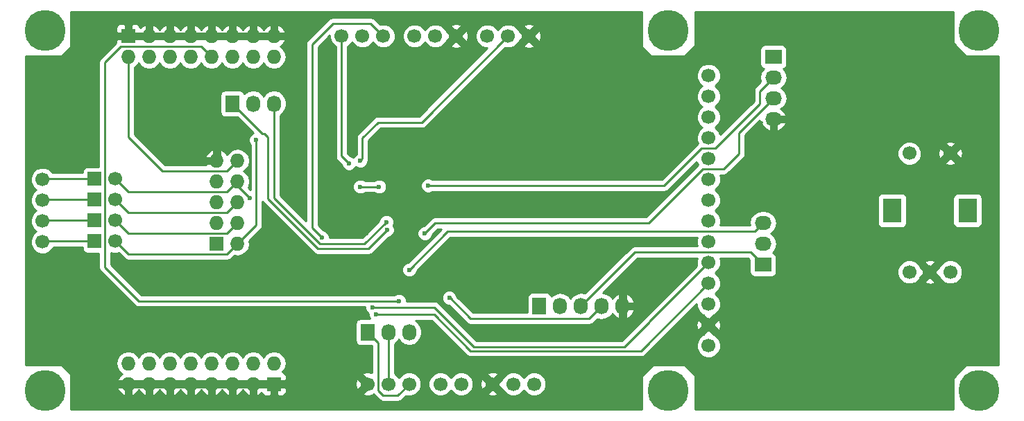
<source format=gbr>
G04 #@! TF.FileFunction,Copper,L2,Bot,Signal*
%FSLAX46Y46*%
G04 Gerber Fmt 4.6, Leading zero omitted, Abs format (unit mm)*
G04 Created by KiCad (PCBNEW (2015-06-16 BZR 5762, Git d3b3131)-product) date 2015.07.06. 6:50:41*
%MOMM*%
G01*
G04 APERTURE LIST*
%ADD10C,0.100000*%
%ADD11C,5.001260*%
%ADD12C,1.700000*%
%ADD13R,2.300000X3.000000*%
%ADD14R,1.727200X1.727200*%
%ADD15O,1.727200X1.727200*%
%ADD16R,1.727200X2.032000*%
%ADD17O,1.727200X2.032000*%
%ADD18R,2.032000X1.727200*%
%ADD19O,2.032000X1.727200*%
%ADD20R,1.700000X1.700000*%
%ADD21C,5.000000*%
%ADD22C,0.600000*%
%ADD23C,0.250000*%
%ADD24C,0.254000*%
G04 APERTURE END LIST*
D10*
D11*
X147000000Y-77000000D03*
D12*
X141000000Y-62500000D03*
X138500000Y-62500000D03*
X143500000Y-62500000D03*
X138500000Y-48000000D03*
X143500000Y-48000000D03*
D13*
X136400000Y-55000000D03*
X145600000Y-55000000D03*
D14*
X43180000Y-33655000D03*
D15*
X43180000Y-36195000D03*
X45720000Y-33655000D03*
X45720000Y-36195000D03*
X48260000Y-33655000D03*
X48260000Y-36195000D03*
X50800000Y-33655000D03*
X50800000Y-36195000D03*
X53340000Y-33655000D03*
X53340000Y-36195000D03*
X55880000Y-33655000D03*
X55880000Y-36195000D03*
X58420000Y-33655000D03*
X58420000Y-36195000D03*
X60960000Y-33655000D03*
X60960000Y-36195000D03*
D12*
X71755000Y-33655000D03*
X74295000Y-33655000D03*
X69215000Y-33655000D03*
X90170000Y-76200000D03*
X87630000Y-76200000D03*
X92710000Y-76200000D03*
D16*
X93345000Y-66675000D03*
D17*
X95885000Y-66675000D03*
X98425000Y-66675000D03*
X100965000Y-66675000D03*
X103505000Y-66675000D03*
D12*
X83820000Y-76200000D03*
X81280000Y-76200000D03*
D16*
X55880000Y-41910000D03*
D17*
X58420000Y-41910000D03*
X60960000Y-41910000D03*
D18*
X121920000Y-36195000D03*
D19*
X121920000Y-38735000D03*
X121920000Y-41275000D03*
X121920000Y-43815000D03*
D12*
X80645000Y-33655000D03*
X83185000Y-33655000D03*
X78105000Y-33655000D03*
D14*
X60960000Y-76200000D03*
D15*
X60960000Y-73660000D03*
X58420000Y-76200000D03*
X58420000Y-73660000D03*
X55880000Y-76200000D03*
X55880000Y-73660000D03*
X53340000Y-76200000D03*
X53340000Y-73660000D03*
X50800000Y-76200000D03*
X50800000Y-73660000D03*
X48260000Y-76200000D03*
X48260000Y-73660000D03*
X45720000Y-76200000D03*
X45720000Y-73660000D03*
X43180000Y-76200000D03*
X43180000Y-73660000D03*
D14*
X53975000Y-59055000D03*
D15*
X56515000Y-59055000D03*
X53975000Y-56515000D03*
X56515000Y-56515000D03*
X53975000Y-53975000D03*
X56515000Y-53975000D03*
X53975000Y-51435000D03*
X56515000Y-51435000D03*
X53975000Y-48895000D03*
X56515000Y-48895000D03*
D12*
X74930000Y-76200000D03*
X72390000Y-76200000D03*
X77470000Y-76200000D03*
D16*
X72390000Y-69850000D03*
D17*
X74930000Y-69850000D03*
X77470000Y-69850000D03*
D12*
X89535000Y-33655000D03*
X92075000Y-33655000D03*
X86995000Y-33655000D03*
D20*
X39052500Y-58737500D03*
D12*
X41592500Y-58737500D03*
D20*
X39052500Y-56197500D03*
D12*
X41592500Y-56197500D03*
D20*
X39052500Y-53657500D03*
D12*
X41592500Y-53657500D03*
D20*
X39052500Y-51117500D03*
D12*
X41592500Y-51117500D03*
D18*
X120650000Y-61595000D03*
D19*
X120650000Y-59055000D03*
X120650000Y-56515000D03*
D21*
X33000000Y-77000000D03*
X33000000Y-33000000D03*
X109080000Y-33000000D03*
X109080000Y-77000000D03*
D12*
X114000000Y-71510000D03*
X114000000Y-68970000D03*
X114000000Y-66430000D03*
X114000000Y-63890000D03*
X114000000Y-61350000D03*
X114000000Y-58810000D03*
X114000000Y-56270000D03*
X114000000Y-53730000D03*
X114000000Y-51190000D03*
X114000000Y-48650000D03*
X114000000Y-46110000D03*
X114000000Y-43570000D03*
X114000000Y-41030000D03*
X114000000Y-38490000D03*
X32720000Y-56270000D03*
X32720000Y-58810000D03*
X32720000Y-53730000D03*
X32720000Y-51190000D03*
D11*
X147000000Y-33000000D03*
D22*
X77089000Y-45720000D03*
X72263000Y-57785000D03*
X82359500Y-65659000D03*
X76200000Y-66040000D03*
X74739500Y-57340500D03*
X66802000Y-58293000D03*
X70104000Y-49212500D03*
X77470000Y-62230000D03*
X74676000Y-56388000D03*
X79756000Y-51943000D03*
X73787000Y-52070000D03*
X71501000Y-52070000D03*
X79375000Y-57785000D03*
X58801000Y-46355000D03*
X58039000Y-53467000D03*
X71501000Y-48895000D03*
X73025000Y-66802000D03*
X73406000Y-67691000D03*
D23*
X77089000Y-50927000D02*
X77089000Y-45720000D01*
X72263000Y-55753000D02*
X77089000Y-50927000D01*
X72263000Y-57785000D02*
X72263000Y-55753000D01*
X82359500Y-65659000D02*
X82391250Y-65627250D01*
X82391250Y-65627250D02*
X82359500Y-65659000D01*
X82359500Y-65659000D02*
X82359500Y-65595500D01*
X99441000Y-68199000D02*
X100965000Y-66675000D01*
X84963000Y-68199000D02*
X99441000Y-68199000D01*
X82359500Y-65595500D02*
X84963000Y-68199000D01*
X43180000Y-36195000D02*
X43180000Y-45974000D01*
X55245000Y-50165000D02*
X56515000Y-48895000D01*
X47371000Y-50165000D02*
X55245000Y-50165000D01*
X43180000Y-45974000D02*
X47371000Y-50165000D01*
X53340000Y-36195000D02*
X52070000Y-34925000D01*
X44450000Y-66040000D02*
X76200000Y-66040000D01*
X40322500Y-61912500D02*
X44450000Y-66040000D01*
X40322500Y-36893500D02*
X40322500Y-61912500D01*
X42291000Y-34925000D02*
X40322500Y-36893500D01*
X52070000Y-34925000D02*
X42291000Y-34925000D01*
X59563000Y-45593000D02*
X55880000Y-41910000D01*
X59753500Y-45593000D02*
X59563000Y-45593000D01*
X60198000Y-46037500D02*
X59753500Y-45593000D01*
X60198000Y-53530500D02*
X60198000Y-46037500D01*
X66294000Y-59626500D02*
X60198000Y-53530500D01*
X72510500Y-59626500D02*
X66294000Y-59626500D01*
X74231500Y-57905500D02*
X72510500Y-59626500D01*
X74231500Y-57848500D02*
X74231500Y-57905500D01*
X74739500Y-57340500D02*
X74231500Y-57848500D01*
X72771000Y-32131000D02*
X74295000Y-33655000D01*
X68135500Y-32131000D02*
X72771000Y-32131000D01*
X65595500Y-34671000D02*
X68135500Y-32131000D01*
X65595500Y-57086500D02*
X65595500Y-34671000D01*
X66802000Y-58293000D02*
X65595500Y-57086500D01*
X69215000Y-48323500D02*
X69215000Y-33655000D01*
X70104000Y-49212500D02*
X69215000Y-48323500D01*
X98425000Y-66675000D02*
X105029000Y-60071000D01*
X119126000Y-60071000D02*
X120650000Y-61595000D01*
X105029000Y-60071000D02*
X119126000Y-60071000D01*
X119634000Y-57531000D02*
X120650000Y-56515000D01*
X82169000Y-57531000D02*
X119634000Y-57531000D01*
X77470000Y-62230000D02*
X82169000Y-57531000D01*
X60960000Y-41910000D02*
X60960000Y-53467000D01*
X72009000Y-59055000D02*
X74676000Y-56388000D01*
X66548000Y-59055000D02*
X72009000Y-59055000D01*
X60960000Y-53467000D02*
X66548000Y-59055000D01*
X120269000Y-40386000D02*
X121920000Y-38735000D01*
X120269000Y-41910000D02*
X120269000Y-40386000D01*
X114808000Y-47371000D02*
X120269000Y-41910000D01*
X113157000Y-47371000D02*
X114808000Y-47371000D01*
X108585000Y-51943000D02*
X113157000Y-47371000D01*
X108458000Y-51943000D02*
X108585000Y-51943000D01*
X79756000Y-51943000D02*
X108458000Y-51943000D01*
X71501000Y-52070000D02*
X73787000Y-52070000D01*
X117729000Y-45466000D02*
X121920000Y-41275000D01*
X117729000Y-48006000D02*
X117729000Y-45466000D01*
X115824000Y-49911000D02*
X117729000Y-48006000D01*
X113284000Y-49911000D02*
X115824000Y-49911000D01*
X106680000Y-56515000D02*
X113284000Y-49911000D01*
X80645000Y-56515000D02*
X106680000Y-56515000D01*
X79375000Y-57785000D02*
X80645000Y-56515000D01*
X56515000Y-59055000D02*
X58801000Y-56769000D01*
X58801000Y-56769000D02*
X58801000Y-46355000D01*
X56515000Y-59055000D02*
X55245000Y-60325000D01*
X43180000Y-60325000D02*
X41592500Y-58737500D01*
X55245000Y-60325000D02*
X43180000Y-60325000D01*
X56515000Y-56515000D02*
X55245000Y-57785000D01*
X43180000Y-57785000D02*
X41592500Y-56197500D01*
X55245000Y-57785000D02*
X43180000Y-57785000D01*
X56515000Y-53975000D02*
X55245000Y-55245000D01*
X43180000Y-55245000D02*
X41592500Y-53657500D01*
X55245000Y-55245000D02*
X43180000Y-55245000D01*
X58039000Y-53467000D02*
X56515000Y-51943000D01*
X56515000Y-51943000D02*
X56515000Y-51435000D01*
X56515000Y-51435000D02*
X55245000Y-52705000D01*
X43180000Y-52705000D02*
X41592500Y-51117500D01*
X55245000Y-52705000D02*
X43180000Y-52705000D01*
X57023000Y-51435000D02*
X56515000Y-51435000D01*
X74930000Y-69850000D02*
X74930000Y-76200000D01*
X72390000Y-69850000D02*
X73660000Y-71120000D01*
X76073000Y-77597000D02*
X77470000Y-76200000D01*
X74295000Y-77597000D02*
X76073000Y-77597000D01*
X73660000Y-76962000D02*
X74295000Y-77597000D01*
X73660000Y-71120000D02*
X73660000Y-76962000D01*
X89535000Y-33655000D02*
X78994000Y-44196000D01*
X73660000Y-44196000D02*
X71755000Y-46101000D01*
X78994000Y-44196000D02*
X73660000Y-44196000D01*
X71755000Y-48641000D02*
X71755000Y-46101000D01*
X71501000Y-48895000D02*
X71755000Y-48641000D01*
X39052500Y-58737500D02*
X32792500Y-58737500D01*
X32792500Y-58737500D02*
X32720000Y-58810000D01*
X39052500Y-56197500D02*
X32792500Y-56197500D01*
X32792500Y-56197500D02*
X32720000Y-56270000D01*
X39052500Y-53657500D02*
X32792500Y-53657500D01*
X32792500Y-53657500D02*
X32720000Y-53730000D01*
X39052500Y-51117500D02*
X32792500Y-51117500D01*
X32792500Y-51117500D02*
X32720000Y-51190000D01*
X73025000Y-66802000D02*
X80518000Y-66802000D01*
X106807000Y-68580000D02*
X106807000Y-68543000D01*
X106770000Y-68580000D02*
X106807000Y-68580000D01*
X103722000Y-71628000D02*
X106770000Y-68580000D01*
X85344000Y-71628000D02*
X103722000Y-71628000D01*
X80518000Y-66802000D02*
X85344000Y-71628000D01*
X114000000Y-61350000D02*
X106807000Y-68543000D01*
X73406000Y-67691000D02*
X80518000Y-67691000D01*
X105754000Y-72136000D02*
X114000000Y-63890000D01*
X84963000Y-72136000D02*
X105754000Y-72136000D01*
X80518000Y-67691000D02*
X84963000Y-72136000D01*
D24*
G36*
X105873000Y-34999994D02*
X105873000Y-34999994D01*
X105872999Y-35000000D01*
X105882667Y-35048601D01*
X105910197Y-35089803D01*
X106910194Y-36089799D01*
X106910197Y-36089803D01*
X106910198Y-36089803D01*
X106951399Y-36117333D01*
X107000000Y-36127001D01*
X107000000Y-36127000D01*
X109078416Y-36127000D01*
X109699270Y-36127542D01*
X109700582Y-36127000D01*
X110999994Y-36127000D01*
X111000000Y-36127001D01*
X111000000Y-36127000D01*
X111048601Y-36117333D01*
X111089803Y-36089803D01*
X112339803Y-34839803D01*
X112367333Y-34798601D01*
X112377000Y-34750000D01*
X112377001Y-34750000D01*
X112377000Y-34749994D01*
X112377000Y-30677000D01*
X143873000Y-30677000D01*
X143873000Y-32374940D01*
X143872914Y-32375147D01*
X143871828Y-33619395D01*
X143873000Y-33622231D01*
X143873000Y-34499994D01*
X143872999Y-34500000D01*
X143882667Y-34548601D01*
X143910197Y-34589803D01*
X145410194Y-36089799D01*
X145410197Y-36089803D01*
X145451399Y-36117333D01*
X145500000Y-36127000D01*
X146374940Y-36127000D01*
X146375147Y-36127086D01*
X147619395Y-36128172D01*
X147622231Y-36127000D01*
X149323000Y-36127000D01*
X149323000Y-73873000D01*
X147625060Y-73873000D01*
X147624853Y-73872914D01*
X146380605Y-73871828D01*
X146377769Y-73873000D01*
X145500000Y-73873000D01*
X145451399Y-73882667D01*
X145410197Y-73910197D01*
X143910197Y-75410197D01*
X143882667Y-75451399D01*
X143872999Y-75500000D01*
X143873000Y-75500005D01*
X143873000Y-76374940D01*
X143872914Y-76375147D01*
X143871828Y-77619395D01*
X143873000Y-77622231D01*
X143873000Y-79323000D01*
X112377000Y-79323000D01*
X112377000Y-75250000D01*
X112377001Y-75250000D01*
X112367333Y-75201399D01*
X112339803Y-75160197D01*
X111089803Y-73910197D01*
X111048601Y-73882667D01*
X111000000Y-73872999D01*
X110999994Y-73873000D01*
X109081584Y-73873000D01*
X108460730Y-73872458D01*
X108459418Y-73873000D01*
X107250005Y-73873000D01*
X107250000Y-73872999D01*
X107201399Y-73882667D01*
X107160197Y-73910197D01*
X105910197Y-75160197D01*
X105882667Y-75201399D01*
X105872999Y-75250000D01*
X105873000Y-75250005D01*
X105873000Y-79323000D01*
X36127000Y-79323000D01*
X36127000Y-77001584D01*
X36127374Y-76573000D01*
X41887283Y-76573000D01*
X41804753Y-76795467D01*
X42137313Y-77276424D01*
X42584537Y-77575218D01*
X42807000Y-77486883D01*
X42807000Y-76573000D01*
X43553000Y-76573000D01*
X43553000Y-77486883D01*
X43775463Y-77575218D01*
X44222687Y-77276424D01*
X44450000Y-76947678D01*
X44677313Y-77276424D01*
X45124537Y-77575218D01*
X45347000Y-77486883D01*
X45347000Y-76573000D01*
X46093000Y-76573000D01*
X46093000Y-77486883D01*
X46315463Y-77575218D01*
X46762687Y-77276424D01*
X46990000Y-76947678D01*
X47217313Y-77276424D01*
X47664537Y-77575218D01*
X47887000Y-77486883D01*
X47887000Y-76573000D01*
X48633000Y-76573000D01*
X48633000Y-77486883D01*
X48855463Y-77575218D01*
X49302687Y-77276424D01*
X49530000Y-76947678D01*
X49757313Y-77276424D01*
X50204537Y-77575218D01*
X50427000Y-77486883D01*
X50427000Y-76573000D01*
X51173000Y-76573000D01*
X51173000Y-77486883D01*
X51395463Y-77575218D01*
X51842687Y-77276424D01*
X52070000Y-76947678D01*
X52297313Y-77276424D01*
X52744537Y-77575218D01*
X52967000Y-77486883D01*
X52967000Y-76573000D01*
X53713000Y-76573000D01*
X53713000Y-77486883D01*
X53935463Y-77575218D01*
X54382687Y-77276424D01*
X54610000Y-76947678D01*
X54837313Y-77276424D01*
X55284537Y-77575218D01*
X55507000Y-77486883D01*
X55507000Y-76573000D01*
X56253000Y-76573000D01*
X56253000Y-77486883D01*
X56475463Y-77575218D01*
X56922687Y-77276424D01*
X57150000Y-76947678D01*
X57377313Y-77276424D01*
X57824537Y-77575218D01*
X58047000Y-77486883D01*
X58047000Y-76573000D01*
X58793000Y-76573000D01*
X58793000Y-77486883D01*
X59015463Y-77575218D01*
X59462687Y-77276424D01*
X59484293Y-77245177D01*
X59558073Y-77423298D01*
X59736701Y-77601927D01*
X59970090Y-77698600D01*
X60428250Y-77698600D01*
X60587000Y-77539850D01*
X60587000Y-76573000D01*
X61333000Y-76573000D01*
X61333000Y-77539850D01*
X61491750Y-77698600D01*
X61949910Y-77698600D01*
X62183299Y-77601927D01*
X62361927Y-77423298D01*
X62458600Y-77189909D01*
X62458600Y-76731750D01*
X62299850Y-76573000D01*
X61333000Y-76573000D01*
X60587000Y-76573000D01*
X60587000Y-76573000D01*
X58793000Y-76573000D01*
X58047000Y-76573000D01*
X58047000Y-76573000D01*
X56253000Y-76573000D01*
X55507000Y-76573000D01*
X55507000Y-76573000D01*
X53713000Y-76573000D01*
X52967000Y-76573000D01*
X52967000Y-76573000D01*
X51173000Y-76573000D01*
X50427000Y-76573000D01*
X50427000Y-76573000D01*
X48633000Y-76573000D01*
X47887000Y-76573000D01*
X47887000Y-76573000D01*
X46093000Y-76573000D01*
X45347000Y-76573000D01*
X45347000Y-76573000D01*
X43553000Y-76573000D01*
X42807000Y-76573000D01*
X42807000Y-76573000D01*
X41887283Y-76573000D01*
X36127374Y-76573000D01*
X36127542Y-76380730D01*
X36127000Y-76379418D01*
X36127000Y-75000000D01*
X36127001Y-75000000D01*
X36117333Y-74951399D01*
X36089803Y-74910198D01*
X36089803Y-74910197D01*
X36089799Y-74910194D01*
X35089803Y-73910197D01*
X35048601Y-73882667D01*
X35000000Y-73872999D01*
X34999994Y-73873000D01*
X33001584Y-73873000D01*
X32380730Y-73872458D01*
X32379418Y-73873000D01*
X30677000Y-73873000D01*
X30677000Y-72140197D01*
X43180000Y-72140197D01*
X42609572Y-72253662D01*
X42125987Y-72576784D01*
X41802865Y-73060369D01*
X41689400Y-73630797D01*
X41689400Y-73689203D01*
X41802865Y-74259631D01*
X42125987Y-74743216D01*
X42416289Y-74937190D01*
X42137313Y-75123576D01*
X41804753Y-75604533D01*
X41887283Y-75827000D01*
X42807000Y-75827000D01*
X42807000Y-75807000D01*
X43553000Y-75807000D01*
X43553000Y-75827000D01*
X45347000Y-75827000D01*
X45347000Y-75807000D01*
X46093000Y-75807000D01*
X46093000Y-75827000D01*
X47887000Y-75827000D01*
X47887000Y-75807000D01*
X48633000Y-75807000D01*
X48633000Y-75827000D01*
X50427000Y-75827000D01*
X50427000Y-75807000D01*
X51173000Y-75807000D01*
X51173000Y-75827000D01*
X52967000Y-75827000D01*
X52967000Y-75807000D01*
X53713000Y-75807000D01*
X53713000Y-75827000D01*
X55507000Y-75827000D01*
X55507000Y-75807000D01*
X56253000Y-75807000D01*
X56253000Y-75827000D01*
X58047000Y-75827000D01*
X58047000Y-75807000D01*
X58793000Y-75807000D01*
X58793000Y-75827000D01*
X60587000Y-75827000D01*
X60587000Y-75807000D01*
X61333000Y-75807000D01*
X61333000Y-75827000D01*
X62299850Y-75827000D01*
X62458600Y-75668250D01*
X62458600Y-75542386D01*
X71204885Y-75542386D01*
X70983582Y-75639230D01*
X70876041Y-76220129D01*
X70983582Y-76760770D01*
X71204885Y-76857614D01*
X71862498Y-76200000D01*
X71204885Y-75542386D01*
X62458600Y-75542386D01*
X62458600Y-75210091D01*
X62361927Y-74976702D01*
X62183299Y-74798073D01*
X62022001Y-74731261D01*
X62337135Y-74259631D01*
X62450600Y-73689203D01*
X62450600Y-73630797D01*
X62337135Y-73060369D01*
X62014013Y-72576784D01*
X61530428Y-72253662D01*
X60960000Y-72140197D01*
X60389572Y-72253662D01*
X59905987Y-72576784D01*
X59690000Y-72900031D01*
X59474013Y-72576784D01*
X58990428Y-72253662D01*
X58420000Y-72140197D01*
X57849572Y-72253662D01*
X57365987Y-72576784D01*
X57150000Y-72900031D01*
X56934013Y-72576784D01*
X56450428Y-72253662D01*
X55880000Y-72140197D01*
X55309572Y-72253662D01*
X54825987Y-72576784D01*
X54610000Y-72900031D01*
X54394013Y-72576784D01*
X53910428Y-72253662D01*
X53340000Y-72140197D01*
X52769572Y-72253662D01*
X52285987Y-72576784D01*
X52070000Y-72900031D01*
X51854013Y-72576784D01*
X51370428Y-72253662D01*
X50800000Y-72140197D01*
X50229572Y-72253662D01*
X49745987Y-72576784D01*
X49530000Y-72900031D01*
X49314013Y-72576784D01*
X48830428Y-72253662D01*
X48260000Y-72140197D01*
X47689572Y-72253662D01*
X47205987Y-72576784D01*
X46990000Y-72900031D01*
X46774013Y-72576784D01*
X46290428Y-72253662D01*
X45720000Y-72140197D01*
X45149572Y-72253662D01*
X44665987Y-72576784D01*
X44450000Y-72900031D01*
X44234013Y-72576784D01*
X43750428Y-72253662D01*
X43180000Y-72140197D01*
X30677000Y-72140197D01*
X30677000Y-36127000D01*
X32998416Y-36127000D01*
X33619270Y-36127542D01*
X33620582Y-36127000D01*
X34999994Y-36127000D01*
X35000000Y-36127001D01*
X35000000Y-36127000D01*
X35048601Y-36117333D01*
X35089803Y-36089803D01*
X36089799Y-35089805D01*
X36089803Y-35089803D01*
X36089803Y-35089802D01*
X36117333Y-35048601D01*
X36127000Y-35000000D01*
X36127001Y-35000000D01*
X36127000Y-34999994D01*
X36127000Y-33001584D01*
X36127542Y-32380730D01*
X36127000Y-32379418D01*
X36127000Y-32156400D01*
X42190090Y-32156400D01*
X41956701Y-32253073D01*
X41778073Y-32431702D01*
X41681400Y-32665091D01*
X41681400Y-33123250D01*
X41840150Y-33282000D01*
X42807000Y-33282000D01*
X42807000Y-32315150D01*
X42648250Y-32156400D01*
X43711750Y-32156400D01*
X43553000Y-32315150D01*
X43553000Y-33282000D01*
X45347000Y-33282000D01*
X45347000Y-32368117D01*
X45124537Y-32279782D01*
X46315463Y-32279782D01*
X46093000Y-32368117D01*
X46093000Y-33282000D01*
X47887000Y-33282000D01*
X47887000Y-32368117D01*
X47664537Y-32279782D01*
X48855463Y-32279782D01*
X48633000Y-32368117D01*
X48633000Y-33282000D01*
X50427000Y-33282000D01*
X50427000Y-32368117D01*
X50204537Y-32279782D01*
X51395463Y-32279782D01*
X51173000Y-32368117D01*
X51173000Y-33282000D01*
X52967000Y-33282000D01*
X52967000Y-32368117D01*
X52744537Y-32279782D01*
X53935463Y-32279782D01*
X53713000Y-32368117D01*
X53713000Y-33282000D01*
X55507000Y-33282000D01*
X55507000Y-32368117D01*
X55284537Y-32279782D01*
X56475463Y-32279782D01*
X56253000Y-32368117D01*
X56253000Y-33282000D01*
X58047000Y-33282000D01*
X58047000Y-32368117D01*
X57824537Y-32279782D01*
X59015463Y-32279782D01*
X58793000Y-32368117D01*
X58793000Y-33282000D01*
X60587000Y-33282000D01*
X60587000Y-32368117D01*
X60364537Y-32279782D01*
X61555463Y-32279782D01*
X61333000Y-32368117D01*
X61333000Y-33282000D01*
X62252717Y-33282000D01*
X62335247Y-33059533D01*
X62002687Y-32578576D01*
X61555463Y-32279782D01*
X60364537Y-32279782D01*
X60364537Y-32279782D01*
X59917313Y-32578576D01*
X59690000Y-32907322D01*
X59462687Y-32578576D01*
X59015463Y-32279782D01*
X57824537Y-32279782D01*
X57824537Y-32279782D01*
X57377313Y-32578576D01*
X57150000Y-32907322D01*
X56922687Y-32578576D01*
X56475463Y-32279782D01*
X55284537Y-32279782D01*
X55284537Y-32279782D01*
X54837313Y-32578576D01*
X54610000Y-32907322D01*
X54382687Y-32578576D01*
X53935463Y-32279782D01*
X52744537Y-32279782D01*
X52744537Y-32279782D01*
X52297313Y-32578576D01*
X52070000Y-32907322D01*
X51842687Y-32578576D01*
X51395463Y-32279782D01*
X50204537Y-32279782D01*
X50204537Y-32279782D01*
X49757313Y-32578576D01*
X49530000Y-32907322D01*
X49302687Y-32578576D01*
X48855463Y-32279782D01*
X47664537Y-32279782D01*
X47664537Y-32279782D01*
X47217313Y-32578576D01*
X46990000Y-32907322D01*
X46762687Y-32578576D01*
X46315463Y-32279782D01*
X45124537Y-32279782D01*
X45124537Y-32279782D01*
X44677313Y-32578576D01*
X44655707Y-32609823D01*
X44581927Y-32431702D01*
X44403299Y-32253073D01*
X44169910Y-32156400D01*
X43711750Y-32156400D01*
X42648250Y-32156400D01*
X42648250Y-32156400D01*
X42190090Y-32156400D01*
X36127000Y-32156400D01*
X36127000Y-31379000D01*
X68135500Y-31379000D01*
X67847722Y-31436243D01*
X67603755Y-31599256D01*
X65063756Y-34139256D01*
X64900743Y-34383222D01*
X64843500Y-34671000D01*
X64843500Y-56287011D01*
X61712000Y-53155512D01*
X61712000Y-43350400D01*
X62014013Y-43148601D01*
X62337135Y-42665016D01*
X62450600Y-42094588D01*
X62450600Y-41725412D01*
X62337135Y-41154984D01*
X62014013Y-40671399D01*
X61530428Y-40348277D01*
X60960000Y-40234812D01*
X60389572Y-40348277D01*
X59905987Y-40671399D01*
X59690000Y-40994646D01*
X59474013Y-40671399D01*
X58990428Y-40348277D01*
X58420000Y-40234812D01*
X57849572Y-40348277D01*
X57365987Y-40671399D01*
X57345611Y-40701894D01*
X57336498Y-40654927D01*
X57198470Y-40444804D01*
X56990095Y-40304149D01*
X56743600Y-40254716D01*
X55016400Y-40254716D01*
X54777327Y-40301102D01*
X54567204Y-40439130D01*
X54426549Y-40647505D01*
X54377116Y-40894000D01*
X54377116Y-42926000D01*
X54423502Y-43165073D01*
X54561530Y-43375196D01*
X54769905Y-43515851D01*
X55016400Y-43565284D01*
X56471796Y-43565284D01*
X58417114Y-45510603D01*
X58276583Y-45568669D01*
X58015586Y-45829211D01*
X57874161Y-46169799D01*
X57873839Y-46538583D01*
X58014669Y-46879417D01*
X58049000Y-46913808D01*
X58049000Y-52413511D01*
X57809017Y-52173528D01*
X57921338Y-52005428D01*
X58034803Y-51435000D01*
X57921338Y-50864572D01*
X57598216Y-50380987D01*
X57274969Y-50165000D01*
X57598216Y-49949013D01*
X57921338Y-49465428D01*
X58034803Y-48895000D01*
X57921338Y-48324572D01*
X57598216Y-47840987D01*
X57114631Y-47517865D01*
X56544203Y-47404400D01*
X56485797Y-47404400D01*
X55915369Y-47517865D01*
X55431784Y-47840987D01*
X55237810Y-48131289D01*
X55051424Y-47852313D01*
X54570467Y-47519753D01*
X54348000Y-47602283D01*
X54348000Y-48522000D01*
X54368000Y-48522000D01*
X54368000Y-49268000D01*
X54348000Y-49268000D01*
X54348000Y-49288000D01*
X53602000Y-49288000D01*
X53602000Y-49268000D01*
X52688117Y-49268000D01*
X52630541Y-49413000D01*
X47682488Y-49413000D01*
X45789241Y-47519753D01*
X53379533Y-47519753D01*
X52898576Y-47852313D01*
X52599782Y-48299537D01*
X52688117Y-48522000D01*
X53602000Y-48522000D01*
X53602000Y-47602283D01*
X53379533Y-47519753D01*
X45789241Y-47519753D01*
X43932000Y-45662512D01*
X43932000Y-37480015D01*
X44234013Y-37278216D01*
X44450000Y-36954969D01*
X44665987Y-37278216D01*
X45149572Y-37601338D01*
X45720000Y-37714803D01*
X46290428Y-37601338D01*
X46774013Y-37278216D01*
X46990000Y-36954969D01*
X47205987Y-37278216D01*
X47689572Y-37601338D01*
X48260000Y-37714803D01*
X48830428Y-37601338D01*
X49314013Y-37278216D01*
X49530000Y-36954969D01*
X49745987Y-37278216D01*
X50229572Y-37601338D01*
X50800000Y-37714803D01*
X51370428Y-37601338D01*
X51854013Y-37278216D01*
X52070000Y-36954969D01*
X52285987Y-37278216D01*
X52769572Y-37601338D01*
X53340000Y-37714803D01*
X53910428Y-37601338D01*
X54394013Y-37278216D01*
X54610000Y-36954969D01*
X54825987Y-37278216D01*
X55309572Y-37601338D01*
X55880000Y-37714803D01*
X56450428Y-37601338D01*
X56934013Y-37278216D01*
X57150000Y-36954969D01*
X57365987Y-37278216D01*
X57849572Y-37601338D01*
X58420000Y-37714803D01*
X58990428Y-37601338D01*
X59474013Y-37278216D01*
X59690000Y-36954969D01*
X59905987Y-37278216D01*
X60389572Y-37601338D01*
X60960000Y-37714803D01*
X61530428Y-37601338D01*
X62014013Y-37278216D01*
X62337135Y-36794631D01*
X62450600Y-36224203D01*
X62450600Y-36165797D01*
X62337135Y-35595369D01*
X62014013Y-35111784D01*
X61723711Y-34917810D01*
X62002687Y-34731424D01*
X62335247Y-34250467D01*
X62252717Y-34028000D01*
X61333000Y-34028000D01*
X61333000Y-34048000D01*
X60587000Y-34048000D01*
X60587000Y-34028000D01*
X58793000Y-34028000D01*
X58793000Y-34048000D01*
X58047000Y-34048000D01*
X58047000Y-34028000D01*
X56253000Y-34028000D01*
X56253000Y-34048000D01*
X55507000Y-34048000D01*
X55507000Y-34028000D01*
X53713000Y-34028000D01*
X53713000Y-34048000D01*
X52967000Y-34048000D01*
X52967000Y-34028000D01*
X51173000Y-34028000D01*
X51173000Y-34048000D01*
X50427000Y-34048000D01*
X50427000Y-34028000D01*
X48633000Y-34028000D01*
X48633000Y-34048000D01*
X47887000Y-34048000D01*
X47887000Y-34028000D01*
X46093000Y-34028000D01*
X46093000Y-34048000D01*
X45347000Y-34048000D01*
X45347000Y-34028000D01*
X43553000Y-34028000D01*
X43553000Y-34048000D01*
X42807000Y-34048000D01*
X42807000Y-34028000D01*
X41840150Y-34028000D01*
X41681400Y-34186750D01*
X41681400Y-34471111D01*
X39790756Y-36361756D01*
X39627743Y-36605722D01*
X39570500Y-36893500D01*
X39570500Y-49628216D01*
X38202500Y-49628216D01*
X37963427Y-49674602D01*
X37753304Y-49812630D01*
X37612649Y-50021005D01*
X37563216Y-50267500D01*
X37563216Y-50365500D01*
X33977440Y-50365500D01*
X33972870Y-50354440D01*
X33557746Y-49938591D01*
X33015082Y-49713257D01*
X32427495Y-49712744D01*
X31884440Y-49937130D01*
X31468591Y-50352254D01*
X31243257Y-50894918D01*
X31242744Y-51482505D01*
X31467130Y-52025560D01*
X31882254Y-52441409D01*
X31926463Y-52459766D01*
X31884440Y-52477130D01*
X31468591Y-52892254D01*
X31243257Y-53434918D01*
X31242744Y-54022505D01*
X31467130Y-54565560D01*
X31882254Y-54981409D01*
X31926463Y-54999766D01*
X31884440Y-55017130D01*
X31468591Y-55432254D01*
X31243257Y-55974918D01*
X31242744Y-56562505D01*
X31467130Y-57105560D01*
X31882254Y-57521409D01*
X31926463Y-57539766D01*
X31884440Y-57557130D01*
X31468591Y-57972254D01*
X31243257Y-58514918D01*
X31242744Y-59102505D01*
X31467130Y-59645560D01*
X31882254Y-60061409D01*
X32424918Y-60286743D01*
X33012505Y-60287256D01*
X33555560Y-60062870D01*
X33971409Y-59647746D01*
X34037119Y-59489500D01*
X37563216Y-59489500D01*
X37563216Y-59587500D01*
X37609602Y-59826573D01*
X37747630Y-60036696D01*
X37956005Y-60177351D01*
X38202500Y-60226784D01*
X39570500Y-60226784D01*
X39570500Y-61912500D01*
X39627743Y-62200278D01*
X39790756Y-62444244D01*
X43918255Y-66571744D01*
X44072789Y-66675000D01*
X44162222Y-66734757D01*
X44450000Y-66792000D01*
X72098008Y-66792000D01*
X72097839Y-66985583D01*
X72238669Y-67326417D01*
X72479107Y-67567275D01*
X72478839Y-67874583D01*
X72611116Y-68194716D01*
X71526400Y-68194716D01*
X71287327Y-68241102D01*
X71077204Y-68379130D01*
X70936549Y-68587505D01*
X70887116Y-68834000D01*
X70887116Y-70866000D01*
X70933502Y-71105073D01*
X71071530Y-71315196D01*
X71279905Y-71455851D01*
X71526400Y-71505284D01*
X72908000Y-71505284D01*
X72908000Y-74785664D01*
X72369871Y-74686041D01*
X71829230Y-74793582D01*
X71732386Y-75014885D01*
X72390000Y-75672498D01*
X72404142Y-75658356D01*
X72908000Y-76162214D01*
X72908000Y-76237786D01*
X72404142Y-76741644D01*
X72390000Y-76727502D01*
X71732386Y-77385115D01*
X71829230Y-77606418D01*
X72410129Y-77713959D01*
X72950770Y-77606418D01*
X73047613Y-77385117D01*
X73071905Y-77409409D01*
X73128256Y-77493744D01*
X73763256Y-78128745D01*
X73909503Y-78226464D01*
X74007222Y-78291757D01*
X74295000Y-78349000D01*
X76073000Y-78349000D01*
X76360778Y-78291757D01*
X76604744Y-78128744D01*
X77091418Y-77642071D01*
X77174918Y-77676743D01*
X77762505Y-77677256D01*
X78305560Y-77452870D01*
X78721409Y-77037746D01*
X78946743Y-76495082D01*
X78947256Y-75907495D01*
X78722870Y-75364440D01*
X78307746Y-74948591D01*
X77765082Y-74723257D01*
X77177495Y-74722744D01*
X80987495Y-74722744D01*
X80444440Y-74947130D01*
X80028591Y-75362254D01*
X79803257Y-75904918D01*
X79802744Y-76492505D01*
X80027130Y-77035560D01*
X80442254Y-77451409D01*
X80984918Y-77676743D01*
X81572505Y-77677256D01*
X82115560Y-77452870D01*
X82531409Y-77037746D01*
X82549766Y-76993537D01*
X82567130Y-77035560D01*
X82982254Y-77451409D01*
X83524918Y-77676743D01*
X84112505Y-77677256D01*
X84655560Y-77452870D01*
X85071409Y-77037746D01*
X85296743Y-76495082D01*
X85297256Y-75907495D01*
X85146396Y-75542386D01*
X86444885Y-75542386D01*
X86223582Y-75639230D01*
X86116041Y-76220129D01*
X86223582Y-76760770D01*
X86444885Y-76857614D01*
X86574996Y-76727502D01*
X87630000Y-76727502D01*
X86972386Y-77385115D01*
X87069230Y-77606418D01*
X87650129Y-77713959D01*
X88190770Y-77606418D01*
X88287614Y-77385115D01*
X87630000Y-76727502D01*
X86574996Y-76727502D01*
X87102498Y-76200000D01*
X86444885Y-75542386D01*
X85146396Y-75542386D01*
X85072870Y-75364440D01*
X84657746Y-74948591D01*
X84115082Y-74723257D01*
X83527495Y-74722744D01*
X82984440Y-74947130D01*
X82568591Y-75362254D01*
X82550234Y-75406463D01*
X82532870Y-75364440D01*
X82117746Y-74948591D01*
X81575082Y-74723257D01*
X80987495Y-74722744D01*
X77177495Y-74722744D01*
X77177495Y-74722744D01*
X76634440Y-74947130D01*
X76218591Y-75362254D01*
X76200234Y-75406463D01*
X76182870Y-75364440D01*
X75767746Y-74948591D01*
X75682000Y-74912986D01*
X75682000Y-74686041D01*
X87609871Y-74686041D01*
X87069230Y-74793582D01*
X86972386Y-75014885D01*
X87630000Y-75672498D01*
X88287614Y-75014885D01*
X88190770Y-74793582D01*
X87808128Y-74722744D01*
X89877495Y-74722744D01*
X89334440Y-74947130D01*
X88918591Y-75362254D01*
X88839384Y-75553006D01*
X88815115Y-75542386D01*
X88157502Y-76200000D01*
X88815115Y-76857614D01*
X88839242Y-76847056D01*
X88917130Y-77035560D01*
X89332254Y-77451409D01*
X89874918Y-77676743D01*
X90462505Y-77677256D01*
X91005560Y-77452870D01*
X91421409Y-77037746D01*
X91439766Y-76993537D01*
X91457130Y-77035560D01*
X91872254Y-77451409D01*
X92414918Y-77676743D01*
X93002505Y-77677256D01*
X93545560Y-77452870D01*
X93961409Y-77037746D01*
X94186743Y-76495082D01*
X94187256Y-75907495D01*
X93962870Y-75364440D01*
X93547746Y-74948591D01*
X93005082Y-74723257D01*
X92417495Y-74722744D01*
X91874440Y-74947130D01*
X91458591Y-75362254D01*
X91440234Y-75406463D01*
X91422870Y-75364440D01*
X91007746Y-74948591D01*
X90465082Y-74723257D01*
X89877495Y-74722744D01*
X87808128Y-74722744D01*
X87609871Y-74686041D01*
X75682000Y-74686041D01*
X75682000Y-71290400D01*
X75984013Y-71088601D01*
X76200000Y-70765354D01*
X76415987Y-71088601D01*
X76899572Y-71411723D01*
X77470000Y-71525188D01*
X78040428Y-71411723D01*
X78524013Y-71088601D01*
X78847135Y-70605016D01*
X78960600Y-70034588D01*
X78960600Y-69665412D01*
X78847135Y-69094984D01*
X78524013Y-68611399D01*
X78271987Y-68443000D01*
X80206512Y-68443000D01*
X84431255Y-72667744D01*
X84571435Y-72761409D01*
X84675222Y-72830757D01*
X84963000Y-72888000D01*
X105754000Y-72888000D01*
X106041778Y-72830757D01*
X106285744Y-72667744D01*
X110641102Y-68312386D01*
X112814885Y-68312386D01*
X112593582Y-68409230D01*
X112486041Y-68990129D01*
X112593582Y-69530770D01*
X112814885Y-69627614D01*
X112944996Y-69497502D01*
X114000000Y-69497502D01*
X113342386Y-70155115D01*
X113352944Y-70179242D01*
X113164440Y-70257130D01*
X112748591Y-70672254D01*
X112523257Y-71214918D01*
X112522744Y-71802505D01*
X112747130Y-72345560D01*
X113162254Y-72761409D01*
X113704918Y-72986743D01*
X114292505Y-72987256D01*
X114835560Y-72762870D01*
X115251409Y-72347746D01*
X115476743Y-71805082D01*
X115477256Y-71217495D01*
X115252870Y-70674440D01*
X114837746Y-70258591D01*
X114646994Y-70179384D01*
X114657614Y-70155115D01*
X114000000Y-69497502D01*
X112944996Y-69497502D01*
X113472498Y-68970000D01*
X112814885Y-68312386D01*
X110641102Y-68312386D01*
X112522999Y-66430489D01*
X112522744Y-66722505D01*
X112747130Y-67265560D01*
X113162254Y-67681409D01*
X113353006Y-67760616D01*
X113342386Y-67784885D01*
X114000000Y-68442498D01*
X114130112Y-68312386D01*
X115185115Y-68312386D01*
X114527502Y-68970000D01*
X115185115Y-69627614D01*
X115406418Y-69530770D01*
X115513959Y-68949871D01*
X115406418Y-68409230D01*
X115185115Y-68312386D01*
X114130112Y-68312386D01*
X114657614Y-67784885D01*
X114647056Y-67760758D01*
X114835560Y-67682870D01*
X115251409Y-67267746D01*
X115476743Y-66725082D01*
X115477256Y-66137495D01*
X115252870Y-65594440D01*
X114837746Y-65178591D01*
X114793537Y-65160234D01*
X114835560Y-65142870D01*
X115251409Y-64727746D01*
X115476743Y-64185082D01*
X115477256Y-63597495D01*
X115252870Y-63054440D01*
X114837746Y-62638591D01*
X114793537Y-62620234D01*
X114835560Y-62602870D01*
X115251409Y-62187746D01*
X115476743Y-61645082D01*
X115477256Y-61057495D01*
X115380365Y-60823000D01*
X118814512Y-60823000D01*
X118994716Y-61003204D01*
X118994716Y-62458600D01*
X119041102Y-62697673D01*
X119179130Y-62907796D01*
X119387505Y-63048451D01*
X119634000Y-63097884D01*
X121666000Y-63097884D01*
X121905073Y-63051498D01*
X122115196Y-62913470D01*
X122255851Y-62705095D01*
X122305284Y-62458600D01*
X122305284Y-61022744D01*
X138207495Y-61022744D01*
X137664440Y-61247130D01*
X137248591Y-61662254D01*
X137023257Y-62204918D01*
X137022744Y-62792505D01*
X137247130Y-63335560D01*
X137662254Y-63751409D01*
X138204918Y-63976743D01*
X138792505Y-63977256D01*
X139335560Y-63752870D01*
X139751409Y-63337746D01*
X139834246Y-63138253D01*
X139944996Y-63027502D01*
X141000000Y-63027502D01*
X140342386Y-63685115D01*
X140439230Y-63906418D01*
X141020129Y-64013959D01*
X141560770Y-63906418D01*
X141657614Y-63685115D01*
X141000000Y-63027502D01*
X139944996Y-63027502D01*
X140472498Y-62500000D01*
X139834501Y-61862002D01*
X139752870Y-61664440D01*
X139337746Y-61248591D01*
X138795082Y-61023257D01*
X138207495Y-61022744D01*
X122305284Y-61022744D01*
X122305284Y-60986041D01*
X140979871Y-60986041D01*
X140439230Y-61093582D01*
X140342386Y-61314885D01*
X141000000Y-61972498D01*
X141657614Y-61314885D01*
X141560770Y-61093582D01*
X141178128Y-61022744D01*
X143207495Y-61022744D01*
X142664440Y-61247130D01*
X142248591Y-61662254D01*
X142165754Y-61861747D01*
X141527502Y-62500000D01*
X142165499Y-63137998D01*
X142247130Y-63335560D01*
X142662254Y-63751409D01*
X143204918Y-63976743D01*
X143792505Y-63977256D01*
X144335560Y-63752870D01*
X144751409Y-63337746D01*
X144976743Y-62795082D01*
X144977256Y-62207495D01*
X144752870Y-61664440D01*
X144337746Y-61248591D01*
X143795082Y-61023257D01*
X143207495Y-61022744D01*
X141178128Y-61022744D01*
X140979871Y-60986041D01*
X122305284Y-60986041D01*
X122305284Y-60731400D01*
X122258898Y-60492327D01*
X122120870Y-60282204D01*
X121912495Y-60141549D01*
X121856664Y-60130353D01*
X121888601Y-60109013D01*
X122211723Y-59625428D01*
X122325188Y-59055000D01*
X122211723Y-58484572D01*
X121888601Y-58000987D01*
X121565354Y-57785000D01*
X121888601Y-57569013D01*
X122211723Y-57085428D01*
X122325188Y-56515000D01*
X122211723Y-55944572D01*
X121888601Y-55460987D01*
X121405016Y-55137865D01*
X120834588Y-55024400D01*
X120465412Y-55024400D01*
X119894984Y-55137865D01*
X119411399Y-55460987D01*
X119088277Y-55944572D01*
X118974812Y-56515000D01*
X119027325Y-56779000D01*
X115387916Y-56779000D01*
X115476743Y-56565082D01*
X115477256Y-55977495D01*
X115252870Y-55434440D01*
X114837746Y-55018591D01*
X114793537Y-55000234D01*
X114835560Y-54982870D01*
X115251409Y-54567746D01*
X115476743Y-54025082D01*
X115477256Y-53437495D01*
X115252870Y-52894440D01*
X115219205Y-52860716D01*
X135250000Y-52860716D01*
X135010927Y-52907102D01*
X134800804Y-53045130D01*
X134660149Y-53253505D01*
X134610716Y-53500000D01*
X134610716Y-56500000D01*
X134657102Y-56739073D01*
X134795130Y-56949196D01*
X135003505Y-57089851D01*
X135250000Y-57139284D01*
X137550000Y-57139284D01*
X137789073Y-57092898D01*
X137999196Y-56954870D01*
X138139851Y-56746495D01*
X138189284Y-56500000D01*
X138189284Y-53500000D01*
X138142898Y-53260927D01*
X138004870Y-53050804D01*
X137796495Y-52910149D01*
X137550000Y-52860716D01*
X144450000Y-52860716D01*
X144210927Y-52907102D01*
X144000804Y-53045130D01*
X143860149Y-53253505D01*
X143810716Y-53500000D01*
X143810716Y-56500000D01*
X143857102Y-56739073D01*
X143995130Y-56949196D01*
X144203505Y-57089851D01*
X144450000Y-57139284D01*
X146750000Y-57139284D01*
X146989073Y-57092898D01*
X147199196Y-56954870D01*
X147339851Y-56746495D01*
X147389284Y-56500000D01*
X147389284Y-53500000D01*
X147342898Y-53260927D01*
X147204870Y-53050804D01*
X146996495Y-52910149D01*
X146750000Y-52860716D01*
X144450000Y-52860716D01*
X137550000Y-52860716D01*
X137550000Y-52860716D01*
X135250000Y-52860716D01*
X115219205Y-52860716D01*
X114837746Y-52478591D01*
X114793537Y-52460234D01*
X114835560Y-52442870D01*
X115251409Y-52027746D01*
X115476743Y-51485082D01*
X115477256Y-50897495D01*
X115380365Y-50663000D01*
X115824000Y-50663000D01*
X116111778Y-50605757D01*
X116355744Y-50442744D01*
X118260744Y-48537744D01*
X118377333Y-48363256D01*
X118423757Y-48293778D01*
X118481000Y-48006000D01*
X118481000Y-46522744D01*
X138207495Y-46522744D01*
X137664440Y-46747130D01*
X137248591Y-47162254D01*
X137023257Y-47704918D01*
X137022744Y-48292505D01*
X137247130Y-48835560D01*
X137662254Y-49251409D01*
X138204918Y-49476743D01*
X138792505Y-49477256D01*
X139335560Y-49252870D01*
X139751409Y-48837746D01*
X139976743Y-48295082D01*
X139977256Y-47707495D01*
X139826396Y-47342386D01*
X142314885Y-47342386D01*
X142093582Y-47439230D01*
X141986041Y-48020129D01*
X142093582Y-48560770D01*
X142314885Y-48657614D01*
X142444996Y-48527502D01*
X143500000Y-48527502D01*
X142842386Y-49185115D01*
X142939230Y-49406418D01*
X143520129Y-49513959D01*
X144060770Y-49406418D01*
X144157614Y-49185115D01*
X143500000Y-48527502D01*
X142444996Y-48527502D01*
X142972498Y-48000000D01*
X142314885Y-47342386D01*
X139826396Y-47342386D01*
X139752870Y-47164440D01*
X139337746Y-46748591D01*
X138795082Y-46523257D01*
X138207495Y-46522744D01*
X118481000Y-46522744D01*
X118481000Y-46486041D01*
X143479871Y-46486041D01*
X142939230Y-46593582D01*
X142842386Y-46814885D01*
X143500000Y-47472498D01*
X143630112Y-47342386D01*
X144685115Y-47342386D01*
X144027502Y-48000000D01*
X144685115Y-48657614D01*
X144906418Y-48560770D01*
X145013959Y-47979871D01*
X144906418Y-47439230D01*
X144685115Y-47342386D01*
X143630112Y-47342386D01*
X144157614Y-46814885D01*
X144060770Y-46593582D01*
X143479871Y-46486041D01*
X118481000Y-46486041D01*
X118481000Y-45777488D01*
X120269000Y-43989488D01*
X120269000Y-44188002D01*
X120480716Y-44188002D01*
X120392382Y-44410463D01*
X120447946Y-44501108D01*
X120810961Y-44953891D01*
X121319615Y-45233288D01*
X121547000Y-45127157D01*
X121547000Y-44188000D01*
X122293000Y-44188000D01*
X122293000Y-45127157D01*
X122520385Y-45233288D01*
X123029039Y-44953891D01*
X123392054Y-44501108D01*
X123447618Y-44410463D01*
X123359283Y-44188000D01*
X122293000Y-44188000D01*
X121547000Y-44188000D01*
X121547000Y-44188000D01*
X121527000Y-44188000D01*
X121527000Y-43442000D01*
X121547000Y-43442000D01*
X121547000Y-43422000D01*
X122293000Y-43422000D01*
X122293000Y-43442000D01*
X123359283Y-43442000D01*
X123447618Y-43219537D01*
X123392054Y-43128892D01*
X123029039Y-42676109D01*
X122815050Y-42558567D01*
X123158601Y-42329013D01*
X123481723Y-41845428D01*
X123595188Y-41275000D01*
X123481723Y-40704572D01*
X123158601Y-40220987D01*
X122835354Y-40005000D01*
X123158601Y-39789013D01*
X123481723Y-39305428D01*
X123595188Y-38735000D01*
X123481723Y-38164572D01*
X123158601Y-37680987D01*
X123128106Y-37660611D01*
X123175073Y-37651498D01*
X123385196Y-37513470D01*
X123525851Y-37305095D01*
X123575284Y-37058600D01*
X123575284Y-35331400D01*
X123528898Y-35092327D01*
X123390870Y-34882204D01*
X123182495Y-34741549D01*
X122936000Y-34692116D01*
X120904000Y-34692116D01*
X120664927Y-34738502D01*
X120454804Y-34876530D01*
X120314149Y-35084905D01*
X120264716Y-35331400D01*
X120264716Y-37058600D01*
X120311102Y-37297673D01*
X120449130Y-37507796D01*
X120657505Y-37648451D01*
X120713336Y-37659647D01*
X120681399Y-37680987D01*
X120358277Y-38164572D01*
X120244812Y-38735000D01*
X120346299Y-39245212D01*
X119737256Y-39854256D01*
X119574243Y-40098222D01*
X119517000Y-40386000D01*
X119517000Y-41598512D01*
X115424850Y-45690662D01*
X115252870Y-45274440D01*
X114837746Y-44858591D01*
X114793537Y-44840234D01*
X114835560Y-44822870D01*
X115251409Y-44407746D01*
X115476743Y-43865082D01*
X115477256Y-43277495D01*
X115252870Y-42734440D01*
X114837746Y-42318591D01*
X114793537Y-42300234D01*
X114835560Y-42282870D01*
X115251409Y-41867746D01*
X115476743Y-41325082D01*
X115477256Y-40737495D01*
X115252870Y-40194440D01*
X114837746Y-39778591D01*
X114793537Y-39760234D01*
X114835560Y-39742870D01*
X115251409Y-39327746D01*
X115476743Y-38785082D01*
X115477256Y-38197495D01*
X115252870Y-37654440D01*
X114837746Y-37238591D01*
X114295082Y-37013257D01*
X113707495Y-37012744D01*
X113164440Y-37237130D01*
X112748591Y-37652254D01*
X112523257Y-38194918D01*
X112522744Y-38782505D01*
X112747130Y-39325560D01*
X113162254Y-39741409D01*
X113206463Y-39759766D01*
X113164440Y-39777130D01*
X112748591Y-40192254D01*
X112523257Y-40734918D01*
X112522744Y-41322505D01*
X112747130Y-41865560D01*
X113162254Y-42281409D01*
X113206463Y-42299766D01*
X113164440Y-42317130D01*
X112748591Y-42732254D01*
X112523257Y-43274918D01*
X112522744Y-43862505D01*
X112747130Y-44405560D01*
X113162254Y-44821409D01*
X113206463Y-44839766D01*
X113164440Y-44857130D01*
X112748591Y-45272254D01*
X112523257Y-45814918D01*
X112522744Y-46402505D01*
X112686341Y-46798440D01*
X112625255Y-46839256D01*
X108273512Y-51191000D01*
X80315145Y-51191000D01*
X80281789Y-51157586D01*
X79941201Y-51016161D01*
X79572417Y-51015839D01*
X79231583Y-51156669D01*
X78970586Y-51417211D01*
X78829161Y-51757799D01*
X78828839Y-52126583D01*
X78969669Y-52467417D01*
X79230211Y-52728414D01*
X79570799Y-52869839D01*
X79939583Y-52870161D01*
X80280417Y-52729331D01*
X80314808Y-52695000D01*
X108585000Y-52695000D01*
X108872778Y-52637757D01*
X109116744Y-52474744D01*
X112559654Y-49031835D01*
X112717547Y-49413964D01*
X106368512Y-55763000D01*
X80645000Y-55763000D01*
X80357222Y-55820243D01*
X80113256Y-55983256D01*
X79238632Y-56857880D01*
X79191417Y-56857839D01*
X78850583Y-56998669D01*
X78589586Y-57259211D01*
X78448161Y-57599799D01*
X78447839Y-57968583D01*
X78588669Y-58309417D01*
X78849211Y-58570414D01*
X79189799Y-58711839D01*
X79558583Y-58712161D01*
X79899417Y-58571331D01*
X80160414Y-58310789D01*
X80301839Y-57970201D01*
X80301881Y-57921607D01*
X80956488Y-57267000D01*
X81369511Y-57267000D01*
X77333632Y-61302880D01*
X77286417Y-61302839D01*
X76945583Y-61443669D01*
X76684586Y-61704211D01*
X76543161Y-62044799D01*
X76542839Y-62413583D01*
X76683669Y-62754417D01*
X76944211Y-63015414D01*
X77284799Y-63156839D01*
X77653583Y-63157161D01*
X77994417Y-63016331D01*
X78255414Y-62755789D01*
X78396839Y-62415201D01*
X78396881Y-62366607D01*
X82480489Y-58283000D01*
X112619558Y-58283000D01*
X112523257Y-58514918D01*
X112522744Y-59102505D01*
X112612198Y-59319000D01*
X105029000Y-59319000D01*
X104741222Y-59376243D01*
X104497255Y-59539256D01*
X98935212Y-65101299D01*
X98425000Y-64999812D01*
X97854572Y-65113277D01*
X97370987Y-65436399D01*
X97155000Y-65759646D01*
X96939013Y-65436399D01*
X96455428Y-65113277D01*
X95885000Y-64999812D01*
X95314572Y-65113277D01*
X94830987Y-65436399D01*
X94810611Y-65466894D01*
X94801498Y-65419927D01*
X94663470Y-65209804D01*
X94455095Y-65069149D01*
X94208600Y-65019716D01*
X92481400Y-65019716D01*
X92242327Y-65066102D01*
X92032204Y-65204130D01*
X91891549Y-65412505D01*
X91842116Y-65659000D01*
X91842116Y-67447000D01*
X85274488Y-67447000D01*
X83275223Y-65447735D01*
X83145831Y-65134583D01*
X82885289Y-64873586D01*
X82544701Y-64732161D01*
X82175917Y-64731839D01*
X81835083Y-64872669D01*
X81574086Y-65133211D01*
X81432661Y-65473799D01*
X81432339Y-65842583D01*
X81573169Y-66183417D01*
X81833711Y-66444414D01*
X82174299Y-66585839D01*
X82286449Y-66585937D01*
X84431256Y-68730744D01*
X84675222Y-68893757D01*
X84963000Y-68951000D01*
X99441000Y-68951000D01*
X99728778Y-68893757D01*
X99972744Y-68730744D01*
X100454788Y-68248701D01*
X100965000Y-68350188D01*
X101535428Y-68236723D01*
X102019013Y-67913601D01*
X102248567Y-67570050D01*
X102366109Y-67784039D01*
X102818892Y-68147054D01*
X102909537Y-68202618D01*
X103132000Y-68114283D01*
X103132000Y-67048000D01*
X103878000Y-67048000D01*
X103878000Y-68114283D01*
X104100463Y-68202618D01*
X104191108Y-68147054D01*
X104643891Y-67784039D01*
X104923288Y-67275385D01*
X104817157Y-67048000D01*
X103878000Y-67048000D01*
X103132000Y-67048000D01*
X103132000Y-67048000D01*
X103112000Y-67048000D01*
X103112000Y-66302000D01*
X103132000Y-66302000D01*
X103132000Y-65235717D01*
X102909537Y-65147382D01*
X104100463Y-65147382D01*
X103878000Y-65235717D01*
X103878000Y-66302000D01*
X104817157Y-66302000D01*
X104923288Y-66074615D01*
X104643891Y-65565961D01*
X104191108Y-65202946D01*
X104100463Y-65147382D01*
X102909537Y-65147382D01*
X102909537Y-65147382D01*
X102818892Y-65202946D01*
X102366109Y-65565961D01*
X102248567Y-65779950D01*
X102019013Y-65436399D01*
X101535428Y-65113277D01*
X101130714Y-65032774D01*
X105340489Y-60823000D01*
X112619558Y-60823000D01*
X112523257Y-61054918D01*
X112522744Y-61642505D01*
X112558199Y-61728313D01*
X106275256Y-68011256D01*
X106260436Y-68033436D01*
X106238256Y-68048256D01*
X103410512Y-70876000D01*
X85655489Y-70876000D01*
X81049744Y-66270256D01*
X80805778Y-66107243D01*
X80518000Y-66050000D01*
X77126992Y-66050000D01*
X77127161Y-65856417D01*
X76986331Y-65515583D01*
X76725789Y-65254586D01*
X76385201Y-65113161D01*
X76016417Y-65112839D01*
X75675583Y-65253669D01*
X75641192Y-65288000D01*
X44761489Y-65288000D01*
X41074500Y-61601012D01*
X41074500Y-60121679D01*
X41297418Y-60214243D01*
X41885005Y-60214756D01*
X41970813Y-60179301D01*
X42648256Y-60856744D01*
X42892222Y-61019757D01*
X43180000Y-61077000D01*
X55245000Y-61077000D01*
X55532778Y-61019757D01*
X55776744Y-60856744D01*
X56153905Y-60479583D01*
X56485797Y-60545600D01*
X56544203Y-60545600D01*
X57114631Y-60432135D01*
X57598216Y-60109013D01*
X57921338Y-59625428D01*
X58034803Y-59055000D01*
X57959096Y-58674392D01*
X59332744Y-57300744D01*
X59495757Y-57056778D01*
X59496564Y-57052723D01*
X59553000Y-56769000D01*
X59553000Y-53892745D01*
X59666256Y-54062244D01*
X65762256Y-60158244D01*
X66006222Y-60321257D01*
X66294000Y-60378500D01*
X72510500Y-60378500D01*
X72798278Y-60321257D01*
X73042244Y-60158244D01*
X74763245Y-58437244D01*
X74876583Y-58267620D01*
X74923083Y-58267661D01*
X75263917Y-58126831D01*
X75524914Y-57866289D01*
X75666339Y-57525701D01*
X75666661Y-57156917D01*
X75525831Y-56816083D01*
X75508990Y-56799213D01*
X75602839Y-56573201D01*
X75603161Y-56204417D01*
X75462331Y-55863583D01*
X75201789Y-55602586D01*
X74861201Y-55461161D01*
X74492417Y-55460839D01*
X74151583Y-55601669D01*
X73890586Y-55862211D01*
X73749161Y-56202799D01*
X73749119Y-56251393D01*
X71697512Y-58303000D01*
X67728992Y-58303000D01*
X67729161Y-58109417D01*
X67588331Y-57768583D01*
X67327789Y-57507586D01*
X66987201Y-57366161D01*
X66938607Y-57366119D01*
X66347500Y-56775012D01*
X66347500Y-51142839D01*
X71317417Y-51142839D01*
X70976583Y-51283669D01*
X70715586Y-51544211D01*
X70574161Y-51884799D01*
X70573839Y-52253583D01*
X70714669Y-52594417D01*
X70975211Y-52855414D01*
X71315799Y-52996839D01*
X71684583Y-52997161D01*
X72025417Y-52856331D01*
X72059808Y-52822000D01*
X73227855Y-52822000D01*
X73261211Y-52855414D01*
X73601799Y-52996839D01*
X73970583Y-52997161D01*
X74311417Y-52856331D01*
X74572414Y-52595789D01*
X74713839Y-52255201D01*
X74714161Y-51886417D01*
X74573331Y-51545583D01*
X74312789Y-51284586D01*
X73972201Y-51143161D01*
X73603417Y-51142839D01*
X73262583Y-51283669D01*
X73228192Y-51318000D01*
X72060145Y-51318000D01*
X72026789Y-51284586D01*
X71686201Y-51143161D01*
X71317417Y-51142839D01*
X66347500Y-51142839D01*
X66347500Y-34982488D01*
X67738054Y-33591934D01*
X67737744Y-33947505D01*
X67962130Y-34490560D01*
X68377254Y-34906409D01*
X68463000Y-34942014D01*
X68463000Y-48323500D01*
X68520243Y-48611278D01*
X68683256Y-48855244D01*
X69176880Y-49348868D01*
X69176839Y-49396083D01*
X69317669Y-49736917D01*
X69578211Y-49997914D01*
X69918799Y-50139339D01*
X70287583Y-50139661D01*
X70628417Y-49998831D01*
X70889414Y-49738289D01*
X70931590Y-49636717D01*
X70975211Y-49680414D01*
X71315799Y-49821839D01*
X71684583Y-49822161D01*
X72025417Y-49681331D01*
X72286414Y-49420789D01*
X72427839Y-49080201D01*
X72427943Y-48961425D01*
X72449757Y-48928778D01*
X72464384Y-48855244D01*
X72507000Y-48641000D01*
X72507000Y-46412488D01*
X73971488Y-44948000D01*
X78994000Y-44948000D01*
X79281778Y-44890757D01*
X79525744Y-44727744D01*
X89156417Y-35097071D01*
X89239918Y-35131743D01*
X89827505Y-35132256D01*
X90370560Y-34907870D01*
X90786409Y-34492746D01*
X90865616Y-34301994D01*
X90889885Y-34312614D01*
X91019996Y-34182502D01*
X92075000Y-34182502D01*
X91417386Y-34840115D01*
X91514230Y-35061418D01*
X92095129Y-35168959D01*
X92635770Y-35061418D01*
X92732614Y-34840115D01*
X92075000Y-34182502D01*
X91019996Y-34182502D01*
X91547498Y-33655000D01*
X90889885Y-32997386D01*
X90865758Y-33007944D01*
X90787870Y-32819440D01*
X90372746Y-32403591D01*
X89830082Y-32178257D01*
X89242495Y-32177744D01*
X88699440Y-32402130D01*
X88283591Y-32817254D01*
X88265234Y-32861463D01*
X88247870Y-32819440D01*
X87832746Y-32403591D01*
X87290082Y-32178257D01*
X86702495Y-32177744D01*
X86159440Y-32402130D01*
X85743591Y-32817254D01*
X85518257Y-33359918D01*
X85517744Y-33947505D01*
X85742130Y-34490560D01*
X86157254Y-34906409D01*
X86699918Y-35131743D01*
X86994512Y-35132000D01*
X78682512Y-43444000D01*
X73660000Y-43444000D01*
X73372222Y-43501243D01*
X73246590Y-43585188D01*
X73128256Y-43664256D01*
X71223256Y-45569256D01*
X71060243Y-45813222D01*
X71003000Y-46101000D01*
X71003000Y-48097754D01*
X70976583Y-48108669D01*
X70715586Y-48369211D01*
X70673410Y-48470783D01*
X70629789Y-48427086D01*
X70289201Y-48285661D01*
X70240607Y-48285619D01*
X69967000Y-48012012D01*
X69967000Y-34942396D01*
X70050560Y-34907870D01*
X70466409Y-34492746D01*
X70484766Y-34448537D01*
X70502130Y-34490560D01*
X70917254Y-34906409D01*
X71459918Y-35131743D01*
X72047505Y-35132256D01*
X72590560Y-34907870D01*
X73006409Y-34492746D01*
X73024766Y-34448537D01*
X73042130Y-34490560D01*
X73457254Y-34906409D01*
X73999918Y-35131743D01*
X74587505Y-35132256D01*
X75130560Y-34907870D01*
X75546409Y-34492746D01*
X75771743Y-33950082D01*
X75772256Y-33362495D01*
X75547870Y-32819440D01*
X75132746Y-32403591D01*
X74590082Y-32178257D01*
X74002495Y-32177744D01*
X77812495Y-32177744D01*
X77269440Y-32402130D01*
X76853591Y-32817254D01*
X76628257Y-33359918D01*
X76627744Y-33947505D01*
X76852130Y-34490560D01*
X77267254Y-34906409D01*
X77809918Y-35131743D01*
X78397505Y-35132256D01*
X78940560Y-34907870D01*
X79356409Y-34492746D01*
X79374766Y-34448537D01*
X79392130Y-34490560D01*
X79807254Y-34906409D01*
X80349918Y-35131743D01*
X80937505Y-35132256D01*
X81480560Y-34907870D01*
X81896409Y-34492746D01*
X81975616Y-34301994D01*
X81999885Y-34312614D01*
X82129996Y-34182502D01*
X83185000Y-34182502D01*
X82527386Y-34840115D01*
X82624230Y-35061418D01*
X83205129Y-35168959D01*
X83745770Y-35061418D01*
X83842614Y-34840115D01*
X83185000Y-34182502D01*
X82129996Y-34182502D01*
X82657498Y-33655000D01*
X81999885Y-32997386D01*
X81975758Y-33007944D01*
X81897870Y-32819440D01*
X81482746Y-32403591D01*
X80940082Y-32178257D01*
X80352495Y-32177744D01*
X79809440Y-32402130D01*
X79393591Y-32817254D01*
X79375234Y-32861463D01*
X79357870Y-32819440D01*
X78942746Y-32403591D01*
X78400082Y-32178257D01*
X77812495Y-32177744D01*
X74002495Y-32177744D01*
X74002495Y-32177744D01*
X73916687Y-32213199D01*
X73844529Y-32141041D01*
X83164871Y-32141041D01*
X82624230Y-32248582D01*
X82527386Y-32469885D01*
X83185000Y-33127498D01*
X83315112Y-32997386D01*
X84370115Y-32997386D01*
X83712502Y-33655000D01*
X84370115Y-34312614D01*
X84591418Y-34215770D01*
X84698959Y-33634871D01*
X84591418Y-33094230D01*
X84370115Y-32997386D01*
X83315112Y-32997386D01*
X83842614Y-32469885D01*
X83745770Y-32248582D01*
X83164871Y-32141041D01*
X92054871Y-32141041D01*
X91514230Y-32248582D01*
X91417386Y-32469885D01*
X92075000Y-33127498D01*
X92205112Y-32997386D01*
X93260115Y-32997386D01*
X92602502Y-33655000D01*
X93260115Y-34312614D01*
X93481418Y-34215770D01*
X93588959Y-33634871D01*
X93481418Y-33094230D01*
X93260115Y-32997386D01*
X92205112Y-32997386D01*
X92732614Y-32469885D01*
X92635770Y-32248582D01*
X92054871Y-32141041D01*
X83164871Y-32141041D01*
X83164871Y-32141041D01*
X73844529Y-32141041D01*
X73302744Y-31599256D01*
X73058778Y-31436243D01*
X72771000Y-31379000D01*
X68135500Y-31379000D01*
X36127000Y-31379000D01*
X36127000Y-30677000D01*
X105873000Y-30677000D01*
X105873000Y-34999994D01*
X105873000Y-34999994D01*
G37*
X105873000Y-34999994D02*
X105873000Y-34999994D01*
X105872999Y-35000000D01*
X105882667Y-35048601D01*
X105910197Y-35089803D01*
X106910194Y-36089799D01*
X106910197Y-36089803D01*
X106910198Y-36089803D01*
X106951399Y-36117333D01*
X107000000Y-36127001D01*
X107000000Y-36127000D01*
X109078416Y-36127000D01*
X109699270Y-36127542D01*
X109700582Y-36127000D01*
X110999994Y-36127000D01*
X111000000Y-36127001D01*
X111000000Y-36127000D01*
X111048601Y-36117333D01*
X111089803Y-36089803D01*
X112339803Y-34839803D01*
X112367333Y-34798601D01*
X112377000Y-34750000D01*
X112377001Y-34750000D01*
X112377000Y-34749994D01*
X112377000Y-30677000D01*
X143873000Y-30677000D01*
X143873000Y-32374940D01*
X143872914Y-32375147D01*
X143871828Y-33619395D01*
X143873000Y-33622231D01*
X143873000Y-34499994D01*
X143872999Y-34500000D01*
X143882667Y-34548601D01*
X143910197Y-34589803D01*
X145410194Y-36089799D01*
X145410197Y-36089803D01*
X145451399Y-36117333D01*
X145500000Y-36127000D01*
X146374940Y-36127000D01*
X146375147Y-36127086D01*
X147619395Y-36128172D01*
X147622231Y-36127000D01*
X149323000Y-36127000D01*
X149323000Y-73873000D01*
X147625060Y-73873000D01*
X147624853Y-73872914D01*
X146380605Y-73871828D01*
X146377769Y-73873000D01*
X145500000Y-73873000D01*
X145451399Y-73882667D01*
X145410197Y-73910197D01*
X143910197Y-75410197D01*
X143882667Y-75451399D01*
X143872999Y-75500000D01*
X143873000Y-75500005D01*
X143873000Y-76374940D01*
X143872914Y-76375147D01*
X143871828Y-77619395D01*
X143873000Y-77622231D01*
X143873000Y-79323000D01*
X112377000Y-79323000D01*
X112377000Y-75250000D01*
X112377001Y-75250000D01*
X112367333Y-75201399D01*
X112339803Y-75160197D01*
X111089803Y-73910197D01*
X111048601Y-73882667D01*
X111000000Y-73872999D01*
X110999994Y-73873000D01*
X109081584Y-73873000D01*
X108460730Y-73872458D01*
X108459418Y-73873000D01*
X107250005Y-73873000D01*
X107250000Y-73872999D01*
X107201399Y-73882667D01*
X107160197Y-73910197D01*
X105910197Y-75160197D01*
X105882667Y-75201399D01*
X105872999Y-75250000D01*
X105873000Y-75250005D01*
X105873000Y-79323000D01*
X36127000Y-79323000D01*
X36127000Y-77001584D01*
X36127374Y-76573000D01*
X41887283Y-76573000D01*
X41804753Y-76795467D01*
X42137313Y-77276424D01*
X42584537Y-77575218D01*
X42807000Y-77486883D01*
X42807000Y-76573000D01*
X43553000Y-76573000D01*
X43553000Y-77486883D01*
X43775463Y-77575218D01*
X44222687Y-77276424D01*
X44450000Y-76947678D01*
X44677313Y-77276424D01*
X45124537Y-77575218D01*
X45347000Y-77486883D01*
X45347000Y-76573000D01*
X46093000Y-76573000D01*
X46093000Y-77486883D01*
X46315463Y-77575218D01*
X46762687Y-77276424D01*
X46990000Y-76947678D01*
X47217313Y-77276424D01*
X47664537Y-77575218D01*
X47887000Y-77486883D01*
X47887000Y-76573000D01*
X48633000Y-76573000D01*
X48633000Y-77486883D01*
X48855463Y-77575218D01*
X49302687Y-77276424D01*
X49530000Y-76947678D01*
X49757313Y-77276424D01*
X50204537Y-77575218D01*
X50427000Y-77486883D01*
X50427000Y-76573000D01*
X51173000Y-76573000D01*
X51173000Y-77486883D01*
X51395463Y-77575218D01*
X51842687Y-77276424D01*
X52070000Y-76947678D01*
X52297313Y-77276424D01*
X52744537Y-77575218D01*
X52967000Y-77486883D01*
X52967000Y-76573000D01*
X53713000Y-76573000D01*
X53713000Y-77486883D01*
X53935463Y-77575218D01*
X54382687Y-77276424D01*
X54610000Y-76947678D01*
X54837313Y-77276424D01*
X55284537Y-77575218D01*
X55507000Y-77486883D01*
X55507000Y-76573000D01*
X56253000Y-76573000D01*
X56253000Y-77486883D01*
X56475463Y-77575218D01*
X56922687Y-77276424D01*
X57150000Y-76947678D01*
X57377313Y-77276424D01*
X57824537Y-77575218D01*
X58047000Y-77486883D01*
X58047000Y-76573000D01*
X58793000Y-76573000D01*
X58793000Y-77486883D01*
X59015463Y-77575218D01*
X59462687Y-77276424D01*
X59484293Y-77245177D01*
X59558073Y-77423298D01*
X59736701Y-77601927D01*
X59970090Y-77698600D01*
X60428250Y-77698600D01*
X60587000Y-77539850D01*
X60587000Y-76573000D01*
X61333000Y-76573000D01*
X61333000Y-77539850D01*
X61491750Y-77698600D01*
X61949910Y-77698600D01*
X62183299Y-77601927D01*
X62361927Y-77423298D01*
X62458600Y-77189909D01*
X62458600Y-76731750D01*
X62299850Y-76573000D01*
X61333000Y-76573000D01*
X60587000Y-76573000D01*
X60587000Y-76573000D01*
X58793000Y-76573000D01*
X58047000Y-76573000D01*
X58047000Y-76573000D01*
X56253000Y-76573000D01*
X55507000Y-76573000D01*
X55507000Y-76573000D01*
X53713000Y-76573000D01*
X52967000Y-76573000D01*
X52967000Y-76573000D01*
X51173000Y-76573000D01*
X50427000Y-76573000D01*
X50427000Y-76573000D01*
X48633000Y-76573000D01*
X47887000Y-76573000D01*
X47887000Y-76573000D01*
X46093000Y-76573000D01*
X45347000Y-76573000D01*
X45347000Y-76573000D01*
X43553000Y-76573000D01*
X42807000Y-76573000D01*
X42807000Y-76573000D01*
X41887283Y-76573000D01*
X36127374Y-76573000D01*
X36127542Y-76380730D01*
X36127000Y-76379418D01*
X36127000Y-75000000D01*
X36127001Y-75000000D01*
X36117333Y-74951399D01*
X36089803Y-74910198D01*
X36089803Y-74910197D01*
X36089799Y-74910194D01*
X35089803Y-73910197D01*
X35048601Y-73882667D01*
X35000000Y-73872999D01*
X34999994Y-73873000D01*
X33001584Y-73873000D01*
X32380730Y-73872458D01*
X32379418Y-73873000D01*
X30677000Y-73873000D01*
X30677000Y-72140197D01*
X43180000Y-72140197D01*
X42609572Y-72253662D01*
X42125987Y-72576784D01*
X41802865Y-73060369D01*
X41689400Y-73630797D01*
X41689400Y-73689203D01*
X41802865Y-74259631D01*
X42125987Y-74743216D01*
X42416289Y-74937190D01*
X42137313Y-75123576D01*
X41804753Y-75604533D01*
X41887283Y-75827000D01*
X42807000Y-75827000D01*
X42807000Y-75807000D01*
X43553000Y-75807000D01*
X43553000Y-75827000D01*
X45347000Y-75827000D01*
X45347000Y-75807000D01*
X46093000Y-75807000D01*
X46093000Y-75827000D01*
X47887000Y-75827000D01*
X47887000Y-75807000D01*
X48633000Y-75807000D01*
X48633000Y-75827000D01*
X50427000Y-75827000D01*
X50427000Y-75807000D01*
X51173000Y-75807000D01*
X51173000Y-75827000D01*
X52967000Y-75827000D01*
X52967000Y-75807000D01*
X53713000Y-75807000D01*
X53713000Y-75827000D01*
X55507000Y-75827000D01*
X55507000Y-75807000D01*
X56253000Y-75807000D01*
X56253000Y-75827000D01*
X58047000Y-75827000D01*
X58047000Y-75807000D01*
X58793000Y-75807000D01*
X58793000Y-75827000D01*
X60587000Y-75827000D01*
X60587000Y-75807000D01*
X61333000Y-75807000D01*
X61333000Y-75827000D01*
X62299850Y-75827000D01*
X62458600Y-75668250D01*
X62458600Y-75542386D01*
X71204885Y-75542386D01*
X70983582Y-75639230D01*
X70876041Y-76220129D01*
X70983582Y-76760770D01*
X71204885Y-76857614D01*
X71862498Y-76200000D01*
X71204885Y-75542386D01*
X62458600Y-75542386D01*
X62458600Y-75210091D01*
X62361927Y-74976702D01*
X62183299Y-74798073D01*
X62022001Y-74731261D01*
X62337135Y-74259631D01*
X62450600Y-73689203D01*
X62450600Y-73630797D01*
X62337135Y-73060369D01*
X62014013Y-72576784D01*
X61530428Y-72253662D01*
X60960000Y-72140197D01*
X60389572Y-72253662D01*
X59905987Y-72576784D01*
X59690000Y-72900031D01*
X59474013Y-72576784D01*
X58990428Y-72253662D01*
X58420000Y-72140197D01*
X57849572Y-72253662D01*
X57365987Y-72576784D01*
X57150000Y-72900031D01*
X56934013Y-72576784D01*
X56450428Y-72253662D01*
X55880000Y-72140197D01*
X55309572Y-72253662D01*
X54825987Y-72576784D01*
X54610000Y-72900031D01*
X54394013Y-72576784D01*
X53910428Y-72253662D01*
X53340000Y-72140197D01*
X52769572Y-72253662D01*
X52285987Y-72576784D01*
X52070000Y-72900031D01*
X51854013Y-72576784D01*
X51370428Y-72253662D01*
X50800000Y-72140197D01*
X50229572Y-72253662D01*
X49745987Y-72576784D01*
X49530000Y-72900031D01*
X49314013Y-72576784D01*
X48830428Y-72253662D01*
X48260000Y-72140197D01*
X47689572Y-72253662D01*
X47205987Y-72576784D01*
X46990000Y-72900031D01*
X46774013Y-72576784D01*
X46290428Y-72253662D01*
X45720000Y-72140197D01*
X45149572Y-72253662D01*
X44665987Y-72576784D01*
X44450000Y-72900031D01*
X44234013Y-72576784D01*
X43750428Y-72253662D01*
X43180000Y-72140197D01*
X30677000Y-72140197D01*
X30677000Y-36127000D01*
X32998416Y-36127000D01*
X33619270Y-36127542D01*
X33620582Y-36127000D01*
X34999994Y-36127000D01*
X35000000Y-36127001D01*
X35000000Y-36127000D01*
X35048601Y-36117333D01*
X35089803Y-36089803D01*
X36089799Y-35089805D01*
X36089803Y-35089803D01*
X36089803Y-35089802D01*
X36117333Y-35048601D01*
X36127000Y-35000000D01*
X36127001Y-35000000D01*
X36127000Y-34999994D01*
X36127000Y-33001584D01*
X36127542Y-32380730D01*
X36127000Y-32379418D01*
X36127000Y-32156400D01*
X42190090Y-32156400D01*
X41956701Y-32253073D01*
X41778073Y-32431702D01*
X41681400Y-32665091D01*
X41681400Y-33123250D01*
X41840150Y-33282000D01*
X42807000Y-33282000D01*
X42807000Y-32315150D01*
X42648250Y-32156400D01*
X43711750Y-32156400D01*
X43553000Y-32315150D01*
X43553000Y-33282000D01*
X45347000Y-33282000D01*
X45347000Y-32368117D01*
X45124537Y-32279782D01*
X46315463Y-32279782D01*
X46093000Y-32368117D01*
X46093000Y-33282000D01*
X47887000Y-33282000D01*
X47887000Y-32368117D01*
X47664537Y-32279782D01*
X48855463Y-32279782D01*
X48633000Y-32368117D01*
X48633000Y-33282000D01*
X50427000Y-33282000D01*
X50427000Y-32368117D01*
X50204537Y-32279782D01*
X51395463Y-32279782D01*
X51173000Y-32368117D01*
X51173000Y-33282000D01*
X52967000Y-33282000D01*
X52967000Y-32368117D01*
X52744537Y-32279782D01*
X53935463Y-32279782D01*
X53713000Y-32368117D01*
X53713000Y-33282000D01*
X55507000Y-33282000D01*
X55507000Y-32368117D01*
X55284537Y-32279782D01*
X56475463Y-32279782D01*
X56253000Y-32368117D01*
X56253000Y-33282000D01*
X58047000Y-33282000D01*
X58047000Y-32368117D01*
X57824537Y-32279782D01*
X59015463Y-32279782D01*
X58793000Y-32368117D01*
X58793000Y-33282000D01*
X60587000Y-33282000D01*
X60587000Y-32368117D01*
X60364537Y-32279782D01*
X61555463Y-32279782D01*
X61333000Y-32368117D01*
X61333000Y-33282000D01*
X62252717Y-33282000D01*
X62335247Y-33059533D01*
X62002687Y-32578576D01*
X61555463Y-32279782D01*
X60364537Y-32279782D01*
X60364537Y-32279782D01*
X59917313Y-32578576D01*
X59690000Y-32907322D01*
X59462687Y-32578576D01*
X59015463Y-32279782D01*
X57824537Y-32279782D01*
X57824537Y-32279782D01*
X57377313Y-32578576D01*
X57150000Y-32907322D01*
X56922687Y-32578576D01*
X56475463Y-32279782D01*
X55284537Y-32279782D01*
X55284537Y-32279782D01*
X54837313Y-32578576D01*
X54610000Y-32907322D01*
X54382687Y-32578576D01*
X53935463Y-32279782D01*
X52744537Y-32279782D01*
X52744537Y-32279782D01*
X52297313Y-32578576D01*
X52070000Y-32907322D01*
X51842687Y-32578576D01*
X51395463Y-32279782D01*
X50204537Y-32279782D01*
X50204537Y-32279782D01*
X49757313Y-32578576D01*
X49530000Y-32907322D01*
X49302687Y-32578576D01*
X48855463Y-32279782D01*
X47664537Y-32279782D01*
X47664537Y-32279782D01*
X47217313Y-32578576D01*
X46990000Y-32907322D01*
X46762687Y-32578576D01*
X46315463Y-32279782D01*
X45124537Y-32279782D01*
X45124537Y-32279782D01*
X44677313Y-32578576D01*
X44655707Y-32609823D01*
X44581927Y-32431702D01*
X44403299Y-32253073D01*
X44169910Y-32156400D01*
X43711750Y-32156400D01*
X42648250Y-32156400D01*
X42648250Y-32156400D01*
X42190090Y-32156400D01*
X36127000Y-32156400D01*
X36127000Y-31379000D01*
X68135500Y-31379000D01*
X67847722Y-31436243D01*
X67603755Y-31599256D01*
X65063756Y-34139256D01*
X64900743Y-34383222D01*
X64843500Y-34671000D01*
X64843500Y-56287011D01*
X61712000Y-53155512D01*
X61712000Y-43350400D01*
X62014013Y-43148601D01*
X62337135Y-42665016D01*
X62450600Y-42094588D01*
X62450600Y-41725412D01*
X62337135Y-41154984D01*
X62014013Y-40671399D01*
X61530428Y-40348277D01*
X60960000Y-40234812D01*
X60389572Y-40348277D01*
X59905987Y-40671399D01*
X59690000Y-40994646D01*
X59474013Y-40671399D01*
X58990428Y-40348277D01*
X58420000Y-40234812D01*
X57849572Y-40348277D01*
X57365987Y-40671399D01*
X57345611Y-40701894D01*
X57336498Y-40654927D01*
X57198470Y-40444804D01*
X56990095Y-40304149D01*
X56743600Y-40254716D01*
X55016400Y-40254716D01*
X54777327Y-40301102D01*
X54567204Y-40439130D01*
X54426549Y-40647505D01*
X54377116Y-40894000D01*
X54377116Y-42926000D01*
X54423502Y-43165073D01*
X54561530Y-43375196D01*
X54769905Y-43515851D01*
X55016400Y-43565284D01*
X56471796Y-43565284D01*
X58417114Y-45510603D01*
X58276583Y-45568669D01*
X58015586Y-45829211D01*
X57874161Y-46169799D01*
X57873839Y-46538583D01*
X58014669Y-46879417D01*
X58049000Y-46913808D01*
X58049000Y-52413511D01*
X57809017Y-52173528D01*
X57921338Y-52005428D01*
X58034803Y-51435000D01*
X57921338Y-50864572D01*
X57598216Y-50380987D01*
X57274969Y-50165000D01*
X57598216Y-49949013D01*
X57921338Y-49465428D01*
X58034803Y-48895000D01*
X57921338Y-48324572D01*
X57598216Y-47840987D01*
X57114631Y-47517865D01*
X56544203Y-47404400D01*
X56485797Y-47404400D01*
X55915369Y-47517865D01*
X55431784Y-47840987D01*
X55237810Y-48131289D01*
X55051424Y-47852313D01*
X54570467Y-47519753D01*
X54348000Y-47602283D01*
X54348000Y-48522000D01*
X54368000Y-48522000D01*
X54368000Y-49268000D01*
X54348000Y-49268000D01*
X54348000Y-49288000D01*
X53602000Y-49288000D01*
X53602000Y-49268000D01*
X52688117Y-49268000D01*
X52630541Y-49413000D01*
X47682488Y-49413000D01*
X45789241Y-47519753D01*
X53379533Y-47519753D01*
X52898576Y-47852313D01*
X52599782Y-48299537D01*
X52688117Y-48522000D01*
X53602000Y-48522000D01*
X53602000Y-47602283D01*
X53379533Y-47519753D01*
X45789241Y-47519753D01*
X43932000Y-45662512D01*
X43932000Y-37480015D01*
X44234013Y-37278216D01*
X44450000Y-36954969D01*
X44665987Y-37278216D01*
X45149572Y-37601338D01*
X45720000Y-37714803D01*
X46290428Y-37601338D01*
X46774013Y-37278216D01*
X46990000Y-36954969D01*
X47205987Y-37278216D01*
X47689572Y-37601338D01*
X48260000Y-37714803D01*
X48830428Y-37601338D01*
X49314013Y-37278216D01*
X49530000Y-36954969D01*
X49745987Y-37278216D01*
X50229572Y-37601338D01*
X50800000Y-37714803D01*
X51370428Y-37601338D01*
X51854013Y-37278216D01*
X52070000Y-36954969D01*
X52285987Y-37278216D01*
X52769572Y-37601338D01*
X53340000Y-37714803D01*
X53910428Y-37601338D01*
X54394013Y-37278216D01*
X54610000Y-36954969D01*
X54825987Y-37278216D01*
X55309572Y-37601338D01*
X55880000Y-37714803D01*
X56450428Y-37601338D01*
X56934013Y-37278216D01*
X57150000Y-36954969D01*
X57365987Y-37278216D01*
X57849572Y-37601338D01*
X58420000Y-37714803D01*
X58990428Y-37601338D01*
X59474013Y-37278216D01*
X59690000Y-36954969D01*
X59905987Y-37278216D01*
X60389572Y-37601338D01*
X60960000Y-37714803D01*
X61530428Y-37601338D01*
X62014013Y-37278216D01*
X62337135Y-36794631D01*
X62450600Y-36224203D01*
X62450600Y-36165797D01*
X62337135Y-35595369D01*
X62014013Y-35111784D01*
X61723711Y-34917810D01*
X62002687Y-34731424D01*
X62335247Y-34250467D01*
X62252717Y-34028000D01*
X61333000Y-34028000D01*
X61333000Y-34048000D01*
X60587000Y-34048000D01*
X60587000Y-34028000D01*
X58793000Y-34028000D01*
X58793000Y-34048000D01*
X58047000Y-34048000D01*
X58047000Y-34028000D01*
X56253000Y-34028000D01*
X56253000Y-34048000D01*
X55507000Y-34048000D01*
X55507000Y-34028000D01*
X53713000Y-34028000D01*
X53713000Y-34048000D01*
X52967000Y-34048000D01*
X52967000Y-34028000D01*
X51173000Y-34028000D01*
X51173000Y-34048000D01*
X50427000Y-34048000D01*
X50427000Y-34028000D01*
X48633000Y-34028000D01*
X48633000Y-34048000D01*
X47887000Y-34048000D01*
X47887000Y-34028000D01*
X46093000Y-34028000D01*
X46093000Y-34048000D01*
X45347000Y-34048000D01*
X45347000Y-34028000D01*
X43553000Y-34028000D01*
X43553000Y-34048000D01*
X42807000Y-34048000D01*
X42807000Y-34028000D01*
X41840150Y-34028000D01*
X41681400Y-34186750D01*
X41681400Y-34471111D01*
X39790756Y-36361756D01*
X39627743Y-36605722D01*
X39570500Y-36893500D01*
X39570500Y-49628216D01*
X38202500Y-49628216D01*
X37963427Y-49674602D01*
X37753304Y-49812630D01*
X37612649Y-50021005D01*
X37563216Y-50267500D01*
X37563216Y-50365500D01*
X33977440Y-50365500D01*
X33972870Y-50354440D01*
X33557746Y-49938591D01*
X33015082Y-49713257D01*
X32427495Y-49712744D01*
X31884440Y-49937130D01*
X31468591Y-50352254D01*
X31243257Y-50894918D01*
X31242744Y-51482505D01*
X31467130Y-52025560D01*
X31882254Y-52441409D01*
X31926463Y-52459766D01*
X31884440Y-52477130D01*
X31468591Y-52892254D01*
X31243257Y-53434918D01*
X31242744Y-54022505D01*
X31467130Y-54565560D01*
X31882254Y-54981409D01*
X31926463Y-54999766D01*
X31884440Y-55017130D01*
X31468591Y-55432254D01*
X31243257Y-55974918D01*
X31242744Y-56562505D01*
X31467130Y-57105560D01*
X31882254Y-57521409D01*
X31926463Y-57539766D01*
X31884440Y-57557130D01*
X31468591Y-57972254D01*
X31243257Y-58514918D01*
X31242744Y-59102505D01*
X31467130Y-59645560D01*
X31882254Y-60061409D01*
X32424918Y-60286743D01*
X33012505Y-60287256D01*
X33555560Y-60062870D01*
X33971409Y-59647746D01*
X34037119Y-59489500D01*
X37563216Y-59489500D01*
X37563216Y-59587500D01*
X37609602Y-59826573D01*
X37747630Y-60036696D01*
X37956005Y-60177351D01*
X38202500Y-60226784D01*
X39570500Y-60226784D01*
X39570500Y-61912500D01*
X39627743Y-62200278D01*
X39790756Y-62444244D01*
X43918255Y-66571744D01*
X44072789Y-66675000D01*
X44162222Y-66734757D01*
X44450000Y-66792000D01*
X72098008Y-66792000D01*
X72097839Y-66985583D01*
X72238669Y-67326417D01*
X72479107Y-67567275D01*
X72478839Y-67874583D01*
X72611116Y-68194716D01*
X71526400Y-68194716D01*
X71287327Y-68241102D01*
X71077204Y-68379130D01*
X70936549Y-68587505D01*
X70887116Y-68834000D01*
X70887116Y-70866000D01*
X70933502Y-71105073D01*
X71071530Y-71315196D01*
X71279905Y-71455851D01*
X71526400Y-71505284D01*
X72908000Y-71505284D01*
X72908000Y-74785664D01*
X72369871Y-74686041D01*
X71829230Y-74793582D01*
X71732386Y-75014885D01*
X72390000Y-75672498D01*
X72404142Y-75658356D01*
X72908000Y-76162214D01*
X72908000Y-76237786D01*
X72404142Y-76741644D01*
X72390000Y-76727502D01*
X71732386Y-77385115D01*
X71829230Y-77606418D01*
X72410129Y-77713959D01*
X72950770Y-77606418D01*
X73047613Y-77385117D01*
X73071905Y-77409409D01*
X73128256Y-77493744D01*
X73763256Y-78128745D01*
X73909503Y-78226464D01*
X74007222Y-78291757D01*
X74295000Y-78349000D01*
X76073000Y-78349000D01*
X76360778Y-78291757D01*
X76604744Y-78128744D01*
X77091418Y-77642071D01*
X77174918Y-77676743D01*
X77762505Y-77677256D01*
X78305560Y-77452870D01*
X78721409Y-77037746D01*
X78946743Y-76495082D01*
X78947256Y-75907495D01*
X78722870Y-75364440D01*
X78307746Y-74948591D01*
X77765082Y-74723257D01*
X77177495Y-74722744D01*
X80987495Y-74722744D01*
X80444440Y-74947130D01*
X80028591Y-75362254D01*
X79803257Y-75904918D01*
X79802744Y-76492505D01*
X80027130Y-77035560D01*
X80442254Y-77451409D01*
X80984918Y-77676743D01*
X81572505Y-77677256D01*
X82115560Y-77452870D01*
X82531409Y-77037746D01*
X82549766Y-76993537D01*
X82567130Y-77035560D01*
X82982254Y-77451409D01*
X83524918Y-77676743D01*
X84112505Y-77677256D01*
X84655560Y-77452870D01*
X85071409Y-77037746D01*
X85296743Y-76495082D01*
X85297256Y-75907495D01*
X85146396Y-75542386D01*
X86444885Y-75542386D01*
X86223582Y-75639230D01*
X86116041Y-76220129D01*
X86223582Y-76760770D01*
X86444885Y-76857614D01*
X86574996Y-76727502D01*
X87630000Y-76727502D01*
X86972386Y-77385115D01*
X87069230Y-77606418D01*
X87650129Y-77713959D01*
X88190770Y-77606418D01*
X88287614Y-77385115D01*
X87630000Y-76727502D01*
X86574996Y-76727502D01*
X87102498Y-76200000D01*
X86444885Y-75542386D01*
X85146396Y-75542386D01*
X85072870Y-75364440D01*
X84657746Y-74948591D01*
X84115082Y-74723257D01*
X83527495Y-74722744D01*
X82984440Y-74947130D01*
X82568591Y-75362254D01*
X82550234Y-75406463D01*
X82532870Y-75364440D01*
X82117746Y-74948591D01*
X81575082Y-74723257D01*
X80987495Y-74722744D01*
X77177495Y-74722744D01*
X77177495Y-74722744D01*
X76634440Y-74947130D01*
X76218591Y-75362254D01*
X76200234Y-75406463D01*
X76182870Y-75364440D01*
X75767746Y-74948591D01*
X75682000Y-74912986D01*
X75682000Y-74686041D01*
X87609871Y-74686041D01*
X87069230Y-74793582D01*
X86972386Y-75014885D01*
X87630000Y-75672498D01*
X88287614Y-75014885D01*
X88190770Y-74793582D01*
X87808128Y-74722744D01*
X89877495Y-74722744D01*
X89334440Y-74947130D01*
X88918591Y-75362254D01*
X88839384Y-75553006D01*
X88815115Y-75542386D01*
X88157502Y-76200000D01*
X88815115Y-76857614D01*
X88839242Y-76847056D01*
X88917130Y-77035560D01*
X89332254Y-77451409D01*
X89874918Y-77676743D01*
X90462505Y-77677256D01*
X91005560Y-77452870D01*
X91421409Y-77037746D01*
X91439766Y-76993537D01*
X91457130Y-77035560D01*
X91872254Y-77451409D01*
X92414918Y-77676743D01*
X93002505Y-77677256D01*
X93545560Y-77452870D01*
X93961409Y-77037746D01*
X94186743Y-76495082D01*
X94187256Y-75907495D01*
X93962870Y-75364440D01*
X93547746Y-74948591D01*
X93005082Y-74723257D01*
X92417495Y-74722744D01*
X91874440Y-74947130D01*
X91458591Y-75362254D01*
X91440234Y-75406463D01*
X91422870Y-75364440D01*
X91007746Y-74948591D01*
X90465082Y-74723257D01*
X89877495Y-74722744D01*
X87808128Y-74722744D01*
X87609871Y-74686041D01*
X75682000Y-74686041D01*
X75682000Y-71290400D01*
X75984013Y-71088601D01*
X76200000Y-70765354D01*
X76415987Y-71088601D01*
X76899572Y-71411723D01*
X77470000Y-71525188D01*
X78040428Y-71411723D01*
X78524013Y-71088601D01*
X78847135Y-70605016D01*
X78960600Y-70034588D01*
X78960600Y-69665412D01*
X78847135Y-69094984D01*
X78524013Y-68611399D01*
X78271987Y-68443000D01*
X80206512Y-68443000D01*
X84431255Y-72667744D01*
X84571435Y-72761409D01*
X84675222Y-72830757D01*
X84963000Y-72888000D01*
X105754000Y-72888000D01*
X106041778Y-72830757D01*
X106285744Y-72667744D01*
X110641102Y-68312386D01*
X112814885Y-68312386D01*
X112593582Y-68409230D01*
X112486041Y-68990129D01*
X112593582Y-69530770D01*
X112814885Y-69627614D01*
X112944996Y-69497502D01*
X114000000Y-69497502D01*
X113342386Y-70155115D01*
X113352944Y-70179242D01*
X113164440Y-70257130D01*
X112748591Y-70672254D01*
X112523257Y-71214918D01*
X112522744Y-71802505D01*
X112747130Y-72345560D01*
X113162254Y-72761409D01*
X113704918Y-72986743D01*
X114292505Y-72987256D01*
X114835560Y-72762870D01*
X115251409Y-72347746D01*
X115476743Y-71805082D01*
X115477256Y-71217495D01*
X115252870Y-70674440D01*
X114837746Y-70258591D01*
X114646994Y-70179384D01*
X114657614Y-70155115D01*
X114000000Y-69497502D01*
X112944996Y-69497502D01*
X113472498Y-68970000D01*
X112814885Y-68312386D01*
X110641102Y-68312386D01*
X112522999Y-66430489D01*
X112522744Y-66722505D01*
X112747130Y-67265560D01*
X113162254Y-67681409D01*
X113353006Y-67760616D01*
X113342386Y-67784885D01*
X114000000Y-68442498D01*
X114130112Y-68312386D01*
X115185115Y-68312386D01*
X114527502Y-68970000D01*
X115185115Y-69627614D01*
X115406418Y-69530770D01*
X115513959Y-68949871D01*
X115406418Y-68409230D01*
X115185115Y-68312386D01*
X114130112Y-68312386D01*
X114657614Y-67784885D01*
X114647056Y-67760758D01*
X114835560Y-67682870D01*
X115251409Y-67267746D01*
X115476743Y-66725082D01*
X115477256Y-66137495D01*
X115252870Y-65594440D01*
X114837746Y-65178591D01*
X114793537Y-65160234D01*
X114835560Y-65142870D01*
X115251409Y-64727746D01*
X115476743Y-64185082D01*
X115477256Y-63597495D01*
X115252870Y-63054440D01*
X114837746Y-62638591D01*
X114793537Y-62620234D01*
X114835560Y-62602870D01*
X115251409Y-62187746D01*
X115476743Y-61645082D01*
X115477256Y-61057495D01*
X115380365Y-60823000D01*
X118814512Y-60823000D01*
X118994716Y-61003204D01*
X118994716Y-62458600D01*
X119041102Y-62697673D01*
X119179130Y-62907796D01*
X119387505Y-63048451D01*
X119634000Y-63097884D01*
X121666000Y-63097884D01*
X121905073Y-63051498D01*
X122115196Y-62913470D01*
X122255851Y-62705095D01*
X122305284Y-62458600D01*
X122305284Y-61022744D01*
X138207495Y-61022744D01*
X137664440Y-61247130D01*
X137248591Y-61662254D01*
X137023257Y-62204918D01*
X137022744Y-62792505D01*
X137247130Y-63335560D01*
X137662254Y-63751409D01*
X138204918Y-63976743D01*
X138792505Y-63977256D01*
X139335560Y-63752870D01*
X139751409Y-63337746D01*
X139834246Y-63138253D01*
X139944996Y-63027502D01*
X141000000Y-63027502D01*
X140342386Y-63685115D01*
X140439230Y-63906418D01*
X141020129Y-64013959D01*
X141560770Y-63906418D01*
X141657614Y-63685115D01*
X141000000Y-63027502D01*
X139944996Y-63027502D01*
X140472498Y-62500000D01*
X139834501Y-61862002D01*
X139752870Y-61664440D01*
X139337746Y-61248591D01*
X138795082Y-61023257D01*
X138207495Y-61022744D01*
X122305284Y-61022744D01*
X122305284Y-60986041D01*
X140979871Y-60986041D01*
X140439230Y-61093582D01*
X140342386Y-61314885D01*
X141000000Y-61972498D01*
X141657614Y-61314885D01*
X141560770Y-61093582D01*
X141178128Y-61022744D01*
X143207495Y-61022744D01*
X142664440Y-61247130D01*
X142248591Y-61662254D01*
X142165754Y-61861747D01*
X141527502Y-62500000D01*
X142165499Y-63137998D01*
X142247130Y-63335560D01*
X142662254Y-63751409D01*
X143204918Y-63976743D01*
X143792505Y-63977256D01*
X144335560Y-63752870D01*
X144751409Y-63337746D01*
X144976743Y-62795082D01*
X144977256Y-62207495D01*
X144752870Y-61664440D01*
X144337746Y-61248591D01*
X143795082Y-61023257D01*
X143207495Y-61022744D01*
X141178128Y-61022744D01*
X140979871Y-60986041D01*
X122305284Y-60986041D01*
X122305284Y-60731400D01*
X122258898Y-60492327D01*
X122120870Y-60282204D01*
X121912495Y-60141549D01*
X121856664Y-60130353D01*
X121888601Y-60109013D01*
X122211723Y-59625428D01*
X122325188Y-59055000D01*
X122211723Y-58484572D01*
X121888601Y-58000987D01*
X121565354Y-57785000D01*
X121888601Y-57569013D01*
X122211723Y-57085428D01*
X122325188Y-56515000D01*
X122211723Y-55944572D01*
X121888601Y-55460987D01*
X121405016Y-55137865D01*
X120834588Y-55024400D01*
X120465412Y-55024400D01*
X119894984Y-55137865D01*
X119411399Y-55460987D01*
X119088277Y-55944572D01*
X118974812Y-56515000D01*
X119027325Y-56779000D01*
X115387916Y-56779000D01*
X115476743Y-56565082D01*
X115477256Y-55977495D01*
X115252870Y-55434440D01*
X114837746Y-55018591D01*
X114793537Y-55000234D01*
X114835560Y-54982870D01*
X115251409Y-54567746D01*
X115476743Y-54025082D01*
X115477256Y-53437495D01*
X115252870Y-52894440D01*
X115219205Y-52860716D01*
X135250000Y-52860716D01*
X135010927Y-52907102D01*
X134800804Y-53045130D01*
X134660149Y-53253505D01*
X134610716Y-53500000D01*
X134610716Y-56500000D01*
X134657102Y-56739073D01*
X134795130Y-56949196D01*
X135003505Y-57089851D01*
X135250000Y-57139284D01*
X137550000Y-57139284D01*
X137789073Y-57092898D01*
X137999196Y-56954870D01*
X138139851Y-56746495D01*
X138189284Y-56500000D01*
X138189284Y-53500000D01*
X138142898Y-53260927D01*
X138004870Y-53050804D01*
X137796495Y-52910149D01*
X137550000Y-52860716D01*
X144450000Y-52860716D01*
X144210927Y-52907102D01*
X144000804Y-53045130D01*
X143860149Y-53253505D01*
X143810716Y-53500000D01*
X143810716Y-56500000D01*
X143857102Y-56739073D01*
X143995130Y-56949196D01*
X144203505Y-57089851D01*
X144450000Y-57139284D01*
X146750000Y-57139284D01*
X146989073Y-57092898D01*
X147199196Y-56954870D01*
X147339851Y-56746495D01*
X147389284Y-56500000D01*
X147389284Y-53500000D01*
X147342898Y-53260927D01*
X147204870Y-53050804D01*
X146996495Y-52910149D01*
X146750000Y-52860716D01*
X144450000Y-52860716D01*
X137550000Y-52860716D01*
X137550000Y-52860716D01*
X135250000Y-52860716D01*
X115219205Y-52860716D01*
X114837746Y-52478591D01*
X114793537Y-52460234D01*
X114835560Y-52442870D01*
X115251409Y-52027746D01*
X115476743Y-51485082D01*
X115477256Y-50897495D01*
X115380365Y-50663000D01*
X115824000Y-50663000D01*
X116111778Y-50605757D01*
X116355744Y-50442744D01*
X118260744Y-48537744D01*
X118377333Y-48363256D01*
X118423757Y-48293778D01*
X118481000Y-48006000D01*
X118481000Y-46522744D01*
X138207495Y-46522744D01*
X137664440Y-46747130D01*
X137248591Y-47162254D01*
X137023257Y-47704918D01*
X137022744Y-48292505D01*
X137247130Y-48835560D01*
X137662254Y-49251409D01*
X138204918Y-49476743D01*
X138792505Y-49477256D01*
X139335560Y-49252870D01*
X139751409Y-48837746D01*
X139976743Y-48295082D01*
X139977256Y-47707495D01*
X139826396Y-47342386D01*
X142314885Y-47342386D01*
X142093582Y-47439230D01*
X141986041Y-48020129D01*
X142093582Y-48560770D01*
X142314885Y-48657614D01*
X142444996Y-48527502D01*
X143500000Y-48527502D01*
X142842386Y-49185115D01*
X142939230Y-49406418D01*
X143520129Y-49513959D01*
X144060770Y-49406418D01*
X144157614Y-49185115D01*
X143500000Y-48527502D01*
X142444996Y-48527502D01*
X142972498Y-48000000D01*
X142314885Y-47342386D01*
X139826396Y-47342386D01*
X139752870Y-47164440D01*
X139337746Y-46748591D01*
X138795082Y-46523257D01*
X138207495Y-46522744D01*
X118481000Y-46522744D01*
X118481000Y-46486041D01*
X143479871Y-46486041D01*
X142939230Y-46593582D01*
X142842386Y-46814885D01*
X143500000Y-47472498D01*
X143630112Y-47342386D01*
X144685115Y-47342386D01*
X144027502Y-48000000D01*
X144685115Y-48657614D01*
X144906418Y-48560770D01*
X145013959Y-47979871D01*
X144906418Y-47439230D01*
X144685115Y-47342386D01*
X143630112Y-47342386D01*
X144157614Y-46814885D01*
X144060770Y-46593582D01*
X143479871Y-46486041D01*
X118481000Y-46486041D01*
X118481000Y-45777488D01*
X120269000Y-43989488D01*
X120269000Y-44188002D01*
X120480716Y-44188002D01*
X120392382Y-44410463D01*
X120447946Y-44501108D01*
X120810961Y-44953891D01*
X121319615Y-45233288D01*
X121547000Y-45127157D01*
X121547000Y-44188000D01*
X122293000Y-44188000D01*
X122293000Y-45127157D01*
X122520385Y-45233288D01*
X123029039Y-44953891D01*
X123392054Y-44501108D01*
X123447618Y-44410463D01*
X123359283Y-44188000D01*
X122293000Y-44188000D01*
X121547000Y-44188000D01*
X121547000Y-44188000D01*
X121527000Y-44188000D01*
X121527000Y-43442000D01*
X121547000Y-43442000D01*
X121547000Y-43422000D01*
X122293000Y-43422000D01*
X122293000Y-43442000D01*
X123359283Y-43442000D01*
X123447618Y-43219537D01*
X123392054Y-43128892D01*
X123029039Y-42676109D01*
X122815050Y-42558567D01*
X123158601Y-42329013D01*
X123481723Y-41845428D01*
X123595188Y-41275000D01*
X123481723Y-40704572D01*
X123158601Y-40220987D01*
X122835354Y-40005000D01*
X123158601Y-39789013D01*
X123481723Y-39305428D01*
X123595188Y-38735000D01*
X123481723Y-38164572D01*
X123158601Y-37680987D01*
X123128106Y-37660611D01*
X123175073Y-37651498D01*
X123385196Y-37513470D01*
X123525851Y-37305095D01*
X123575284Y-37058600D01*
X123575284Y-35331400D01*
X123528898Y-35092327D01*
X123390870Y-34882204D01*
X123182495Y-34741549D01*
X122936000Y-34692116D01*
X120904000Y-34692116D01*
X120664927Y-34738502D01*
X120454804Y-34876530D01*
X120314149Y-35084905D01*
X120264716Y-35331400D01*
X120264716Y-37058600D01*
X120311102Y-37297673D01*
X120449130Y-37507796D01*
X120657505Y-37648451D01*
X120713336Y-37659647D01*
X120681399Y-37680987D01*
X120358277Y-38164572D01*
X120244812Y-38735000D01*
X120346299Y-39245212D01*
X119737256Y-39854256D01*
X119574243Y-40098222D01*
X119517000Y-40386000D01*
X119517000Y-41598512D01*
X115424850Y-45690662D01*
X115252870Y-45274440D01*
X114837746Y-44858591D01*
X114793537Y-44840234D01*
X114835560Y-44822870D01*
X115251409Y-44407746D01*
X115476743Y-43865082D01*
X115477256Y-43277495D01*
X115252870Y-42734440D01*
X114837746Y-42318591D01*
X114793537Y-42300234D01*
X114835560Y-42282870D01*
X115251409Y-41867746D01*
X115476743Y-41325082D01*
X115477256Y-40737495D01*
X115252870Y-40194440D01*
X114837746Y-39778591D01*
X114793537Y-39760234D01*
X114835560Y-39742870D01*
X115251409Y-39327746D01*
X115476743Y-38785082D01*
X115477256Y-38197495D01*
X115252870Y-37654440D01*
X114837746Y-37238591D01*
X114295082Y-37013257D01*
X113707495Y-37012744D01*
X113164440Y-37237130D01*
X112748591Y-37652254D01*
X112523257Y-38194918D01*
X112522744Y-38782505D01*
X112747130Y-39325560D01*
X113162254Y-39741409D01*
X113206463Y-39759766D01*
X113164440Y-39777130D01*
X112748591Y-40192254D01*
X112523257Y-40734918D01*
X112522744Y-41322505D01*
X112747130Y-41865560D01*
X113162254Y-42281409D01*
X113206463Y-42299766D01*
X113164440Y-42317130D01*
X112748591Y-42732254D01*
X112523257Y-43274918D01*
X112522744Y-43862505D01*
X112747130Y-44405560D01*
X113162254Y-44821409D01*
X113206463Y-44839766D01*
X113164440Y-44857130D01*
X112748591Y-45272254D01*
X112523257Y-45814918D01*
X112522744Y-46402505D01*
X112686341Y-46798440D01*
X112625255Y-46839256D01*
X108273512Y-51191000D01*
X80315145Y-51191000D01*
X80281789Y-51157586D01*
X79941201Y-51016161D01*
X79572417Y-51015839D01*
X79231583Y-51156669D01*
X78970586Y-51417211D01*
X78829161Y-51757799D01*
X78828839Y-52126583D01*
X78969669Y-52467417D01*
X79230211Y-52728414D01*
X79570799Y-52869839D01*
X79939583Y-52870161D01*
X80280417Y-52729331D01*
X80314808Y-52695000D01*
X108585000Y-52695000D01*
X108872778Y-52637757D01*
X109116744Y-52474744D01*
X112559654Y-49031835D01*
X112717547Y-49413964D01*
X106368512Y-55763000D01*
X80645000Y-55763000D01*
X80357222Y-55820243D01*
X80113256Y-55983256D01*
X79238632Y-56857880D01*
X79191417Y-56857839D01*
X78850583Y-56998669D01*
X78589586Y-57259211D01*
X78448161Y-57599799D01*
X78447839Y-57968583D01*
X78588669Y-58309417D01*
X78849211Y-58570414D01*
X79189799Y-58711839D01*
X79558583Y-58712161D01*
X79899417Y-58571331D01*
X80160414Y-58310789D01*
X80301839Y-57970201D01*
X80301881Y-57921607D01*
X80956488Y-57267000D01*
X81369511Y-57267000D01*
X77333632Y-61302880D01*
X77286417Y-61302839D01*
X76945583Y-61443669D01*
X76684586Y-61704211D01*
X76543161Y-62044799D01*
X76542839Y-62413583D01*
X76683669Y-62754417D01*
X76944211Y-63015414D01*
X77284799Y-63156839D01*
X77653583Y-63157161D01*
X77994417Y-63016331D01*
X78255414Y-62755789D01*
X78396839Y-62415201D01*
X78396881Y-62366607D01*
X82480489Y-58283000D01*
X112619558Y-58283000D01*
X112523257Y-58514918D01*
X112522744Y-59102505D01*
X112612198Y-59319000D01*
X105029000Y-59319000D01*
X104741222Y-59376243D01*
X104497255Y-59539256D01*
X98935212Y-65101299D01*
X98425000Y-64999812D01*
X97854572Y-65113277D01*
X97370987Y-65436399D01*
X97155000Y-65759646D01*
X96939013Y-65436399D01*
X96455428Y-65113277D01*
X95885000Y-64999812D01*
X95314572Y-65113277D01*
X94830987Y-65436399D01*
X94810611Y-65466894D01*
X94801498Y-65419927D01*
X94663470Y-65209804D01*
X94455095Y-65069149D01*
X94208600Y-65019716D01*
X92481400Y-65019716D01*
X92242327Y-65066102D01*
X92032204Y-65204130D01*
X91891549Y-65412505D01*
X91842116Y-65659000D01*
X91842116Y-67447000D01*
X85274488Y-67447000D01*
X83275223Y-65447735D01*
X83145831Y-65134583D01*
X82885289Y-64873586D01*
X82544701Y-64732161D01*
X82175917Y-64731839D01*
X81835083Y-64872669D01*
X81574086Y-65133211D01*
X81432661Y-65473799D01*
X81432339Y-65842583D01*
X81573169Y-66183417D01*
X81833711Y-66444414D01*
X82174299Y-66585839D01*
X82286449Y-66585937D01*
X84431256Y-68730744D01*
X84675222Y-68893757D01*
X84963000Y-68951000D01*
X99441000Y-68951000D01*
X99728778Y-68893757D01*
X99972744Y-68730744D01*
X100454788Y-68248701D01*
X100965000Y-68350188D01*
X101535428Y-68236723D01*
X102019013Y-67913601D01*
X102248567Y-67570050D01*
X102366109Y-67784039D01*
X102818892Y-68147054D01*
X102909537Y-68202618D01*
X103132000Y-68114283D01*
X103132000Y-67048000D01*
X103878000Y-67048000D01*
X103878000Y-68114283D01*
X104100463Y-68202618D01*
X104191108Y-68147054D01*
X104643891Y-67784039D01*
X104923288Y-67275385D01*
X104817157Y-67048000D01*
X103878000Y-67048000D01*
X103132000Y-67048000D01*
X103132000Y-67048000D01*
X103112000Y-67048000D01*
X103112000Y-66302000D01*
X103132000Y-66302000D01*
X103132000Y-65235717D01*
X102909537Y-65147382D01*
X104100463Y-65147382D01*
X103878000Y-65235717D01*
X103878000Y-66302000D01*
X104817157Y-66302000D01*
X104923288Y-66074615D01*
X104643891Y-65565961D01*
X104191108Y-65202946D01*
X104100463Y-65147382D01*
X102909537Y-65147382D01*
X102909537Y-65147382D01*
X102818892Y-65202946D01*
X102366109Y-65565961D01*
X102248567Y-65779950D01*
X102019013Y-65436399D01*
X101535428Y-65113277D01*
X101130714Y-65032774D01*
X105340489Y-60823000D01*
X112619558Y-60823000D01*
X112523257Y-61054918D01*
X112522744Y-61642505D01*
X112558199Y-61728313D01*
X106275256Y-68011256D01*
X106260436Y-68033436D01*
X106238256Y-68048256D01*
X103410512Y-70876000D01*
X85655489Y-70876000D01*
X81049744Y-66270256D01*
X80805778Y-66107243D01*
X80518000Y-66050000D01*
X77126992Y-66050000D01*
X77127161Y-65856417D01*
X76986331Y-65515583D01*
X76725789Y-65254586D01*
X76385201Y-65113161D01*
X76016417Y-65112839D01*
X75675583Y-65253669D01*
X75641192Y-65288000D01*
X44761489Y-65288000D01*
X41074500Y-61601012D01*
X41074500Y-60121679D01*
X41297418Y-60214243D01*
X41885005Y-60214756D01*
X41970813Y-60179301D01*
X42648256Y-60856744D01*
X42892222Y-61019757D01*
X43180000Y-61077000D01*
X55245000Y-61077000D01*
X55532778Y-61019757D01*
X55776744Y-60856744D01*
X56153905Y-60479583D01*
X56485797Y-60545600D01*
X56544203Y-60545600D01*
X57114631Y-60432135D01*
X57598216Y-60109013D01*
X57921338Y-59625428D01*
X58034803Y-59055000D01*
X57959096Y-58674392D01*
X59332744Y-57300744D01*
X59495757Y-57056778D01*
X59496564Y-57052723D01*
X59553000Y-56769000D01*
X59553000Y-53892745D01*
X59666256Y-54062244D01*
X65762256Y-60158244D01*
X66006222Y-60321257D01*
X66294000Y-60378500D01*
X72510500Y-60378500D01*
X72798278Y-60321257D01*
X73042244Y-60158244D01*
X74763245Y-58437244D01*
X74876583Y-58267620D01*
X74923083Y-58267661D01*
X75263917Y-58126831D01*
X75524914Y-57866289D01*
X75666339Y-57525701D01*
X75666661Y-57156917D01*
X75525831Y-56816083D01*
X75508990Y-56799213D01*
X75602839Y-56573201D01*
X75603161Y-56204417D01*
X75462331Y-55863583D01*
X75201789Y-55602586D01*
X74861201Y-55461161D01*
X74492417Y-55460839D01*
X74151583Y-55601669D01*
X73890586Y-55862211D01*
X73749161Y-56202799D01*
X73749119Y-56251393D01*
X71697512Y-58303000D01*
X67728992Y-58303000D01*
X67729161Y-58109417D01*
X67588331Y-57768583D01*
X67327789Y-57507586D01*
X66987201Y-57366161D01*
X66938607Y-57366119D01*
X66347500Y-56775012D01*
X66347500Y-51142839D01*
X71317417Y-51142839D01*
X70976583Y-51283669D01*
X70715586Y-51544211D01*
X70574161Y-51884799D01*
X70573839Y-52253583D01*
X70714669Y-52594417D01*
X70975211Y-52855414D01*
X71315799Y-52996839D01*
X71684583Y-52997161D01*
X72025417Y-52856331D01*
X72059808Y-52822000D01*
X73227855Y-52822000D01*
X73261211Y-52855414D01*
X73601799Y-52996839D01*
X73970583Y-52997161D01*
X74311417Y-52856331D01*
X74572414Y-52595789D01*
X74713839Y-52255201D01*
X74714161Y-51886417D01*
X74573331Y-51545583D01*
X74312789Y-51284586D01*
X73972201Y-51143161D01*
X73603417Y-51142839D01*
X73262583Y-51283669D01*
X73228192Y-51318000D01*
X72060145Y-51318000D01*
X72026789Y-51284586D01*
X71686201Y-51143161D01*
X71317417Y-51142839D01*
X66347500Y-51142839D01*
X66347500Y-34982488D01*
X67738054Y-33591934D01*
X67737744Y-33947505D01*
X67962130Y-34490560D01*
X68377254Y-34906409D01*
X68463000Y-34942014D01*
X68463000Y-48323500D01*
X68520243Y-48611278D01*
X68683256Y-48855244D01*
X69176880Y-49348868D01*
X69176839Y-49396083D01*
X69317669Y-49736917D01*
X69578211Y-49997914D01*
X69918799Y-50139339D01*
X70287583Y-50139661D01*
X70628417Y-49998831D01*
X70889414Y-49738289D01*
X70931590Y-49636717D01*
X70975211Y-49680414D01*
X71315799Y-49821839D01*
X71684583Y-49822161D01*
X72025417Y-49681331D01*
X72286414Y-49420789D01*
X72427839Y-49080201D01*
X72427943Y-48961425D01*
X72449757Y-48928778D01*
X72464384Y-48855244D01*
X72507000Y-48641000D01*
X72507000Y-46412488D01*
X73971488Y-44948000D01*
X78994000Y-44948000D01*
X79281778Y-44890757D01*
X79525744Y-44727744D01*
X89156417Y-35097071D01*
X89239918Y-35131743D01*
X89827505Y-35132256D01*
X90370560Y-34907870D01*
X90786409Y-34492746D01*
X90865616Y-34301994D01*
X90889885Y-34312614D01*
X91019996Y-34182502D01*
X92075000Y-34182502D01*
X91417386Y-34840115D01*
X91514230Y-35061418D01*
X92095129Y-35168959D01*
X92635770Y-35061418D01*
X92732614Y-34840115D01*
X92075000Y-34182502D01*
X91019996Y-34182502D01*
X91547498Y-33655000D01*
X90889885Y-32997386D01*
X90865758Y-33007944D01*
X90787870Y-32819440D01*
X90372746Y-32403591D01*
X89830082Y-32178257D01*
X89242495Y-32177744D01*
X88699440Y-32402130D01*
X88283591Y-32817254D01*
X88265234Y-32861463D01*
X88247870Y-32819440D01*
X87832746Y-32403591D01*
X87290082Y-32178257D01*
X86702495Y-32177744D01*
X86159440Y-32402130D01*
X85743591Y-32817254D01*
X85518257Y-33359918D01*
X85517744Y-33947505D01*
X85742130Y-34490560D01*
X86157254Y-34906409D01*
X86699918Y-35131743D01*
X86994512Y-35132000D01*
X78682512Y-43444000D01*
X73660000Y-43444000D01*
X73372222Y-43501243D01*
X73246590Y-43585188D01*
X73128256Y-43664256D01*
X71223256Y-45569256D01*
X71060243Y-45813222D01*
X71003000Y-46101000D01*
X71003000Y-48097754D01*
X70976583Y-48108669D01*
X70715586Y-48369211D01*
X70673410Y-48470783D01*
X70629789Y-48427086D01*
X70289201Y-48285661D01*
X70240607Y-48285619D01*
X69967000Y-48012012D01*
X69967000Y-34942396D01*
X70050560Y-34907870D01*
X70466409Y-34492746D01*
X70484766Y-34448537D01*
X70502130Y-34490560D01*
X70917254Y-34906409D01*
X71459918Y-35131743D01*
X72047505Y-35132256D01*
X72590560Y-34907870D01*
X73006409Y-34492746D01*
X73024766Y-34448537D01*
X73042130Y-34490560D01*
X73457254Y-34906409D01*
X73999918Y-35131743D01*
X74587505Y-35132256D01*
X75130560Y-34907870D01*
X75546409Y-34492746D01*
X75771743Y-33950082D01*
X75772256Y-33362495D01*
X75547870Y-32819440D01*
X75132746Y-32403591D01*
X74590082Y-32178257D01*
X74002495Y-32177744D01*
X77812495Y-32177744D01*
X77269440Y-32402130D01*
X76853591Y-32817254D01*
X76628257Y-33359918D01*
X76627744Y-33947505D01*
X76852130Y-34490560D01*
X77267254Y-34906409D01*
X77809918Y-35131743D01*
X78397505Y-35132256D01*
X78940560Y-34907870D01*
X79356409Y-34492746D01*
X79374766Y-34448537D01*
X79392130Y-34490560D01*
X79807254Y-34906409D01*
X80349918Y-35131743D01*
X80937505Y-35132256D01*
X81480560Y-34907870D01*
X81896409Y-34492746D01*
X81975616Y-34301994D01*
X81999885Y-34312614D01*
X82129996Y-34182502D01*
X83185000Y-34182502D01*
X82527386Y-34840115D01*
X82624230Y-35061418D01*
X83205129Y-35168959D01*
X83745770Y-35061418D01*
X83842614Y-34840115D01*
X83185000Y-34182502D01*
X82129996Y-34182502D01*
X82657498Y-33655000D01*
X81999885Y-32997386D01*
X81975758Y-33007944D01*
X81897870Y-32819440D01*
X81482746Y-32403591D01*
X80940082Y-32178257D01*
X80352495Y-32177744D01*
X79809440Y-32402130D01*
X79393591Y-32817254D01*
X79375234Y-32861463D01*
X79357870Y-32819440D01*
X78942746Y-32403591D01*
X78400082Y-32178257D01*
X77812495Y-32177744D01*
X74002495Y-32177744D01*
X74002495Y-32177744D01*
X73916687Y-32213199D01*
X73844529Y-32141041D01*
X83164871Y-32141041D01*
X82624230Y-32248582D01*
X82527386Y-32469885D01*
X83185000Y-33127498D01*
X83315112Y-32997386D01*
X84370115Y-32997386D01*
X83712502Y-33655000D01*
X84370115Y-34312614D01*
X84591418Y-34215770D01*
X84698959Y-33634871D01*
X84591418Y-33094230D01*
X84370115Y-32997386D01*
X83315112Y-32997386D01*
X83842614Y-32469885D01*
X83745770Y-32248582D01*
X83164871Y-32141041D01*
X92054871Y-32141041D01*
X91514230Y-32248582D01*
X91417386Y-32469885D01*
X92075000Y-33127498D01*
X92205112Y-32997386D01*
X93260115Y-32997386D01*
X92602502Y-33655000D01*
X93260115Y-34312614D01*
X93481418Y-34215770D01*
X93588959Y-33634871D01*
X93481418Y-33094230D01*
X93260115Y-32997386D01*
X92205112Y-32997386D01*
X92732614Y-32469885D01*
X92635770Y-32248582D01*
X92054871Y-32141041D01*
X83164871Y-32141041D01*
X83164871Y-32141041D01*
X73844529Y-32141041D01*
X73302744Y-31599256D01*
X73058778Y-31436243D01*
X72771000Y-31379000D01*
X68135500Y-31379000D01*
X36127000Y-31379000D01*
X36127000Y-30677000D01*
X105873000Y-30677000D01*
X105873000Y-34999994D01*
M02*

</source>
